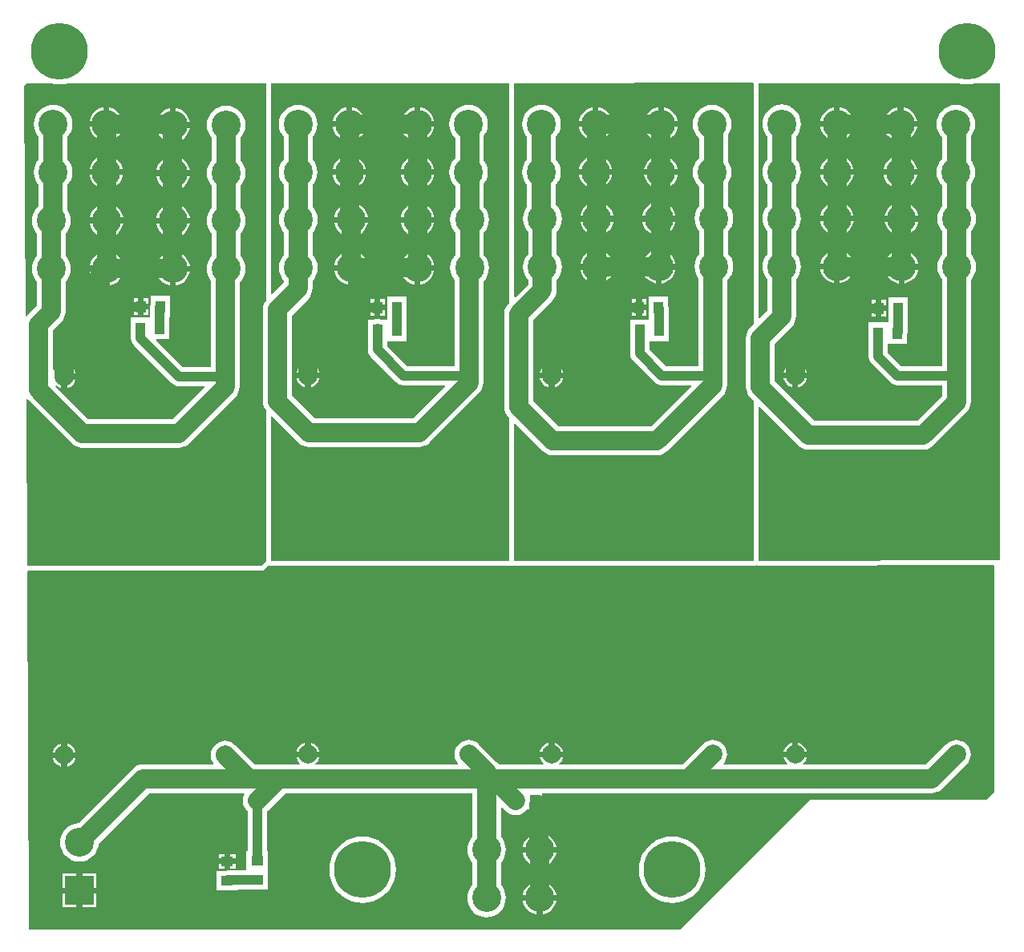
<source format=gbl>
G04 Layer_Physical_Order=2*
G04 Layer_Color=16711680*
%FSLAX24Y24*%
%MOIN*%
G70*
G01*
G75*
%ADD10C,0.1200*%
%ADD11C,0.0787*%
%ADD12C,0.2362*%
%ADD13R,0.1200X0.1200*%
%ADD14R,0.0400X0.0500*%
%ADD15R,0.0500X0.0400*%
%ADD16C,0.0394*%
%ADD17C,0.0787*%
G36*
X-15619Y23023D02*
X-15586Y23001D01*
X-15586Y23001D01*
X-15586Y23001D01*
X-15547Y22994D01*
X-15508Y22986D01*
X-15508Y22986D01*
X-15508Y22986D01*
X-5783Y23023D01*
X-5748Y22988D01*
X-5748Y13583D01*
X-6063Y13268D01*
X-13425D01*
X-18780Y7913D01*
X-18819Y7874D01*
X-45866D01*
X-45944Y22753D01*
X-45908Y22788D01*
X-36220D01*
X-36142Y22804D01*
X-36076Y22848D01*
X-35913Y23011D01*
X-35898Y23001D01*
X-35820Y22985D01*
X-25906D01*
X-25827Y23001D01*
X-25804Y23017D01*
X-25780Y23001D01*
X-25702Y22985D01*
X-15748D01*
X-15670Y23001D01*
X-15628Y23029D01*
X-15619Y23023D01*
D02*
G37*
G36*
X-25906Y33915D02*
X-25934Y33886D01*
X-26008Y33796D01*
X-26063Y33693D01*
X-26097Y33581D01*
X-26108Y33465D01*
X-26108Y33465D01*
Y29606D01*
X-26108Y29606D01*
X-26097Y29490D01*
X-26063Y29378D01*
X-26008Y29275D01*
X-25934Y29184D01*
X-25906Y29156D01*
Y23189D01*
X-35820D01*
Y29202D01*
X-35774Y29221D01*
X-34674Y28121D01*
X-34674Y28121D01*
X-34583Y28047D01*
X-34480Y27992D01*
X-34368Y27958D01*
X-34252Y27947D01*
X-34252Y27947D01*
X-29646D01*
X-29646Y27947D01*
X-29529Y27958D01*
X-29417Y27992D01*
X-29314Y28047D01*
X-29224Y28121D01*
X-27163Y30182D01*
X-27163Y30182D01*
X-27089Y30272D01*
X-27034Y30375D01*
X-27000Y30487D01*
X-26989Y30604D01*
X-26989Y30604D01*
Y30906D01*
Y34828D01*
X-26891Y34947D01*
X-26816Y35086D01*
X-26771Y35237D01*
X-26755Y35394D01*
X-26771Y35551D01*
X-26816Y35701D01*
X-26891Y35840D01*
X-26962Y35928D01*
Y36860D01*
X-26891Y36947D01*
X-26816Y37086D01*
X-26771Y37237D01*
X-26755Y37394D01*
X-26771Y37551D01*
X-26816Y37701D01*
X-26891Y37840D01*
X-26962Y37928D01*
Y38884D01*
X-26930Y38923D01*
X-26856Y39062D01*
X-26810Y39213D01*
X-26795Y39370D01*
X-26810Y39527D01*
X-26856Y39678D01*
X-26930Y39817D01*
X-26962Y39856D01*
Y40884D01*
X-26930Y40923D01*
X-26856Y41062D01*
X-26810Y41213D01*
X-26795Y41370D01*
X-26810Y41527D01*
X-26856Y41678D01*
X-26930Y41817D01*
X-27030Y41939D01*
X-27152Y42038D01*
X-27291Y42113D01*
X-27442Y42158D01*
X-27598Y42174D01*
X-27755Y42158D01*
X-27906Y42113D01*
X-28045Y42038D01*
X-28167Y41939D01*
X-28267Y41817D01*
X-28341Y41678D01*
X-28387Y41527D01*
X-28402Y41370D01*
X-28387Y41213D01*
X-28341Y41062D01*
X-28267Y40923D01*
X-28167Y40802D01*
X-28156Y40792D01*
Y39948D01*
X-28167Y39938D01*
X-28267Y39817D01*
X-28341Y39678D01*
X-28387Y39527D01*
X-28402Y39370D01*
X-28387Y39213D01*
X-28341Y39062D01*
X-28267Y38923D01*
X-28167Y38802D01*
X-28156Y38792D01*
Y37928D01*
X-28227Y37840D01*
X-28302Y37701D01*
X-28347Y37551D01*
X-28363Y37394D01*
X-28347Y37237D01*
X-28302Y37086D01*
X-28227Y36947D01*
X-28156Y36860D01*
Y35928D01*
X-28227Y35840D01*
X-28302Y35701D01*
X-28347Y35551D01*
X-28363Y35394D01*
X-28347Y35237D01*
X-28302Y35086D01*
X-28227Y34947D01*
X-28182Y34892D01*
Y31306D01*
X-30149D01*
X-30990Y32147D01*
Y32345D01*
X-30191D01*
Y32872D01*
X-30190Y32874D01*
Y33740D01*
X-30191Y33742D01*
Y34190D01*
X-30991D01*
Y33742D01*
X-30991Y33740D01*
Y33245D01*
X-31250D01*
X-31287Y33261D01*
X-31391Y33274D01*
X-31494Y33261D01*
X-31531Y33245D01*
X-31791D01*
Y32876D01*
X-31791Y32874D01*
Y31981D01*
X-31777Y31878D01*
X-31737Y31781D01*
X-31674Y31698D01*
X-30598Y30622D01*
X-30515Y30559D01*
X-30475Y30542D01*
X-30419Y30519D01*
X-30315Y30505D01*
X-28593D01*
X-28574Y30459D01*
X-29893Y29140D01*
X-34005D01*
X-34955Y30090D01*
Y33414D01*
X-34258Y34110D01*
X-34258Y34110D01*
X-34184Y34201D01*
X-34129Y34304D01*
X-34095Y34416D01*
X-34084Y34532D01*
X-34084Y34532D01*
Y34860D01*
X-34012Y34947D01*
X-33938Y35086D01*
X-33892Y35237D01*
X-33876Y35394D01*
X-33892Y35551D01*
X-33938Y35701D01*
X-34012Y35840D01*
X-34088Y35934D01*
Y36854D01*
X-34012Y36947D01*
X-33938Y37086D01*
X-33892Y37237D01*
X-33876Y37394D01*
X-33892Y37551D01*
X-33938Y37701D01*
X-34012Y37840D01*
X-34088Y37934D01*
Y38836D01*
X-34017Y38923D01*
X-33942Y39062D01*
X-33897Y39213D01*
X-33881Y39370D01*
X-33897Y39527D01*
X-33942Y39678D01*
X-34017Y39817D01*
X-34088Y39904D01*
Y40836D01*
X-34017Y40923D01*
X-33942Y41062D01*
X-33897Y41213D01*
X-33881Y41370D01*
X-33897Y41527D01*
X-33942Y41678D01*
X-34017Y41817D01*
X-34117Y41939D01*
X-34238Y42038D01*
X-34377Y42113D01*
X-34528Y42158D01*
X-34685Y42174D01*
X-34842Y42158D01*
X-34993Y42113D01*
X-35132Y42038D01*
X-35253Y41939D01*
X-35353Y41817D01*
X-35428Y41678D01*
X-35473Y41527D01*
X-35489Y41370D01*
X-35473Y41213D01*
X-35428Y41062D01*
X-35353Y40923D01*
X-35282Y40836D01*
Y39904D01*
X-35353Y39817D01*
X-35428Y39678D01*
X-35473Y39527D01*
X-35489Y39370D01*
X-35473Y39213D01*
X-35428Y39062D01*
X-35353Y38923D01*
X-35282Y38836D01*
Y37922D01*
X-35349Y37840D01*
X-35423Y37701D01*
X-35469Y37551D01*
X-35484Y37394D01*
X-35469Y37237D01*
X-35423Y37086D01*
X-35349Y36947D01*
X-35282Y36865D01*
Y35922D01*
X-35349Y35840D01*
X-35423Y35701D01*
X-35469Y35551D01*
X-35484Y35394D01*
X-35469Y35237D01*
X-35423Y35086D01*
X-35349Y34947D01*
X-35277Y34860D01*
Y34779D01*
X-35774Y34283D01*
X-35820Y34302D01*
Y43071D01*
X-25906D01*
Y33915D01*
D02*
G37*
G36*
X-15748Y43071D02*
Y33048D01*
X-15894Y32902D01*
X-15968Y32812D01*
X-16024Y32709D01*
X-16058Y32597D01*
X-16069Y32480D01*
X-16069Y32480D01*
Y30433D01*
X-16069Y30433D01*
X-16058Y30317D01*
X-16024Y30205D01*
X-15968Y30102D01*
X-15894Y30011D01*
X-15748Y29865D01*
Y23189D01*
X-25702D01*
Y28887D01*
X-25655Y28906D01*
X-24516Y27767D01*
X-24516Y27767D01*
X-24426Y27693D01*
X-24323Y27638D01*
X-24211Y27604D01*
X-24094Y27592D01*
X-19764D01*
X-19764Y27592D01*
X-19647Y27604D01*
X-19535Y27638D01*
X-19432Y27693D01*
X-19342Y27767D01*
X-17032Y30077D01*
X-17032Y30077D01*
X-16958Y30167D01*
X-16903Y30270D01*
X-16869Y30382D01*
X-16857Y30499D01*
X-16857Y30499D01*
Y30906D01*
Y34853D01*
X-16833Y34873D01*
X-16733Y34994D01*
X-16659Y35133D01*
X-16613Y35284D01*
X-16598Y35441D01*
X-16613Y35598D01*
X-16659Y35749D01*
X-16733Y35888D01*
X-16805Y35975D01*
Y36907D01*
X-16733Y36994D01*
X-16659Y37133D01*
X-16613Y37284D01*
X-16598Y37441D01*
X-16613Y37598D01*
X-16659Y37749D01*
X-16733Y37888D01*
X-16805Y37975D01*
Y38936D01*
X-16738Y39062D01*
X-16692Y39213D01*
X-16676Y39370D01*
X-16692Y39527D01*
X-16738Y39678D01*
X-16805Y39804D01*
Y40936D01*
X-16738Y41062D01*
X-16692Y41213D01*
X-16676Y41370D01*
X-16692Y41527D01*
X-16738Y41678D01*
X-16812Y41817D01*
X-16912Y41939D01*
X-17034Y42038D01*
X-17173Y42113D01*
X-17323Y42158D01*
X-17480Y42174D01*
X-17637Y42158D01*
X-17788Y42113D01*
X-17927Y42038D01*
X-18049Y41939D01*
X-18149Y41817D01*
X-18223Y41678D01*
X-18269Y41527D01*
X-18284Y41370D01*
X-18269Y41213D01*
X-18223Y41062D01*
X-18149Y40923D01*
X-18049Y40802D01*
X-17998Y40760D01*
Y39980D01*
X-18049Y39938D01*
X-18149Y39817D01*
X-18223Y39678D01*
X-18269Y39527D01*
X-18284Y39370D01*
X-18269Y39213D01*
X-18223Y39062D01*
X-18149Y38923D01*
X-18049Y38802D01*
X-17998Y38760D01*
Y37975D01*
X-18070Y37888D01*
X-18144Y37749D01*
X-18190Y37598D01*
X-18205Y37441D01*
X-18190Y37284D01*
X-18144Y37133D01*
X-18070Y36994D01*
X-17998Y36907D01*
Y35975D01*
X-18070Y35888D01*
X-18144Y35749D01*
X-18190Y35598D01*
X-18205Y35441D01*
X-18190Y35284D01*
X-18144Y35133D01*
X-18070Y34994D01*
X-18051Y34971D01*
Y31306D01*
X-19401D01*
X-20085Y31989D01*
Y32345D01*
X-19285D01*
Y32793D01*
X-19285Y32795D01*
Y33713D01*
X-19298Y33817D01*
X-19312Y33849D01*
Y34190D01*
X-20112D01*
Y33742D01*
X-20112Y33740D01*
X-20112Y33738D01*
Y33290D01*
X-20112Y33290D01*
X-20112D01*
X-20112Y33290D01*
X-20124Y33245D01*
X-20885D01*
Y32797D01*
X-20885Y32795D01*
Y31824D01*
X-20872Y31720D01*
X-20832Y31623D01*
X-20768Y31541D01*
X-19850Y30622D01*
X-19767Y30559D01*
X-19671Y30519D01*
X-19567Y30505D01*
X-18357D01*
X-18337Y30459D01*
X-20011Y28786D01*
X-23847D01*
X-24915Y29853D01*
Y33217D01*
X-24106Y34027D01*
X-24106Y34027D01*
X-24032Y34117D01*
X-23976Y34221D01*
X-23942Y34332D01*
X-23931Y34449D01*
X-23931Y34449D01*
Y34899D01*
X-23859Y34986D01*
X-23785Y35125D01*
X-23739Y35276D01*
X-23724Y35433D01*
X-23739Y35590D01*
X-23785Y35741D01*
X-23859Y35880D01*
X-23931Y35967D01*
Y36899D01*
X-23859Y36986D01*
X-23785Y37125D01*
X-23739Y37276D01*
X-23724Y37433D01*
X-23739Y37590D01*
X-23785Y37741D01*
X-23859Y37880D01*
X-23959Y38001D01*
X-23970Y38011D01*
Y38836D01*
X-23899Y38923D01*
X-23824Y39062D01*
X-23779Y39213D01*
X-23763Y39370D01*
X-23779Y39527D01*
X-23824Y39678D01*
X-23899Y39817D01*
X-23970Y39904D01*
Y40836D01*
X-23899Y40923D01*
X-23824Y41062D01*
X-23779Y41213D01*
X-23763Y41370D01*
X-23779Y41527D01*
X-23824Y41678D01*
X-23899Y41817D01*
X-23999Y41939D01*
X-24120Y42038D01*
X-24259Y42113D01*
X-24410Y42158D01*
X-24567Y42174D01*
X-24724Y42158D01*
X-24875Y42113D01*
X-25014Y42038D01*
X-25135Y41939D01*
X-25235Y41817D01*
X-25310Y41678D01*
X-25355Y41527D01*
X-25371Y41370D01*
X-25355Y41213D01*
X-25310Y41062D01*
X-25235Y40923D01*
X-25164Y40836D01*
Y39904D01*
X-25235Y39817D01*
X-25310Y39678D01*
X-25355Y39527D01*
X-25371Y39370D01*
X-25355Y39213D01*
X-25310Y39062D01*
X-25235Y38923D01*
X-25164Y38836D01*
Y37919D01*
X-25196Y37880D01*
X-25270Y37741D01*
X-25316Y37590D01*
X-25331Y37433D01*
X-25316Y37276D01*
X-25270Y37125D01*
X-25196Y36986D01*
X-25124Y36899D01*
Y35967D01*
X-25196Y35880D01*
X-25270Y35741D01*
X-25316Y35590D01*
X-25331Y35433D01*
X-25316Y35276D01*
X-25270Y35125D01*
X-25196Y34986D01*
X-25124Y34899D01*
Y34696D01*
X-25655Y34165D01*
X-25702Y34184D01*
Y43071D01*
X-25701Y43072D01*
X-15787Y43110D01*
X-15748Y43071D01*
D02*
G37*
G36*
X-5551D02*
X-5512Y43055D01*
Y23228D01*
X-15509Y23190D01*
X-15544Y23225D01*
Y29596D01*
X-15498Y29615D01*
X-13886Y28003D01*
X-13886Y28003D01*
X-13796Y27929D01*
X-13693Y27874D01*
X-13581Y27840D01*
X-13465Y27829D01*
X-13465Y27829D01*
X-8701D01*
X-8701Y27829D01*
X-8584Y27840D01*
X-8472Y27874D01*
X-8369Y27929D01*
X-8279Y28003D01*
X-6901Y29381D01*
X-6827Y29472D01*
X-6772Y29575D01*
X-6738Y29687D01*
X-6726Y29803D01*
X-6726Y29803D01*
Y30906D01*
Y34879D01*
X-6638Y34986D01*
X-6564Y35125D01*
X-6518Y35276D01*
X-6502Y35433D01*
X-6518Y35590D01*
X-6564Y35741D01*
X-6638Y35880D01*
X-6710Y35967D01*
Y36899D01*
X-6638Y36986D01*
X-6564Y37125D01*
X-6518Y37276D01*
X-6502Y37433D01*
X-6518Y37590D01*
X-6564Y37741D01*
X-6638Y37880D01*
X-6710Y37967D01*
Y38884D01*
X-6677Y38923D01*
X-6603Y39062D01*
X-6557Y39213D01*
X-6542Y39370D01*
X-6557Y39527D01*
X-6603Y39678D01*
X-6677Y39817D01*
X-6710Y39856D01*
Y40884D01*
X-6677Y40923D01*
X-6603Y41062D01*
X-6557Y41213D01*
X-6542Y41370D01*
X-6557Y41527D01*
X-6603Y41678D01*
X-6677Y41817D01*
X-6777Y41939D01*
X-6899Y42038D01*
X-7038Y42113D01*
X-7189Y42158D01*
X-7346Y42174D01*
X-7502Y42158D01*
X-7653Y42113D01*
X-7792Y42038D01*
X-7914Y41939D01*
X-8014Y41817D01*
X-8088Y41678D01*
X-8134Y41527D01*
X-8150Y41370D01*
X-8134Y41213D01*
X-8088Y41062D01*
X-8014Y40923D01*
X-7914Y40802D01*
X-7903Y40792D01*
Y39948D01*
X-7914Y39938D01*
X-8014Y39817D01*
X-8088Y39678D01*
X-8134Y39527D01*
X-8150Y39370D01*
X-8134Y39213D01*
X-8088Y39062D01*
X-8014Y38923D01*
X-7914Y38802D01*
X-7903Y38792D01*
Y37967D01*
X-7975Y37880D01*
X-8049Y37741D01*
X-8095Y37590D01*
X-8110Y37433D01*
X-8095Y37276D01*
X-8049Y37125D01*
X-7975Y36986D01*
X-7903Y36899D01*
Y35967D01*
X-7975Y35880D01*
X-8049Y35741D01*
X-8095Y35590D01*
X-8110Y35433D01*
X-8095Y35276D01*
X-8049Y35125D01*
X-7975Y34986D01*
X-7919Y34919D01*
Y31306D01*
X-9598D01*
X-10164Y31871D01*
Y32227D01*
X-9364D01*
Y32592D01*
X-9351Y32690D01*
Y33701D01*
X-9351Y33703D01*
Y34151D01*
X-10151D01*
Y33703D01*
X-10151Y33701D01*
Y33127D01*
X-10964D01*
Y32679D01*
X-10964Y32677D01*
Y31706D01*
X-10950Y31602D01*
X-10910Y31505D01*
X-10847Y31422D01*
X-10047Y30622D01*
X-9964Y30559D01*
X-9867Y30519D01*
X-9764Y30505D01*
X-7919D01*
Y30050D01*
X-8948Y29022D01*
X-13217D01*
X-14876Y30680D01*
Y32233D01*
X-14162Y32947D01*
X-14162Y32947D01*
X-14087Y33038D01*
X-14032Y33141D01*
X-13998Y33253D01*
X-13987Y33369D01*
X-13987Y33369D01*
Y34907D01*
X-13915Y34994D01*
X-13841Y35133D01*
X-13795Y35284D01*
X-13780Y35441D01*
X-13795Y35598D01*
X-13841Y35749D01*
X-13915Y35888D01*
X-13987Y35975D01*
Y36907D01*
X-13915Y36994D01*
X-13841Y37133D01*
X-13795Y37284D01*
X-13780Y37441D01*
X-13795Y37598D01*
X-13841Y37749D01*
X-13915Y37888D01*
X-13987Y37975D01*
Y38844D01*
X-13915Y38931D01*
X-13841Y39070D01*
X-13795Y39221D01*
X-13780Y39378D01*
X-13795Y39535D01*
X-13841Y39686D01*
X-13915Y39825D01*
X-13987Y39912D01*
Y40844D01*
X-13915Y40931D01*
X-13841Y41070D01*
X-13795Y41221D01*
X-13780Y41378D01*
X-13795Y41535D01*
X-13841Y41686D01*
X-13915Y41825D01*
X-14015Y41946D01*
X-14137Y42046D01*
X-14276Y42121D01*
X-14427Y42166D01*
X-14583Y42182D01*
X-14740Y42166D01*
X-14891Y42121D01*
X-15030Y42046D01*
X-15152Y41946D01*
X-15252Y41825D01*
X-15326Y41686D01*
X-15372Y41535D01*
X-15387Y41378D01*
X-15372Y41221D01*
X-15326Y41070D01*
X-15252Y40931D01*
X-15180Y40844D01*
Y39912D01*
X-15252Y39825D01*
X-15326Y39686D01*
X-15372Y39535D01*
X-15387Y39378D01*
X-15372Y39221D01*
X-15326Y39070D01*
X-15252Y38931D01*
X-15180Y38844D01*
Y37975D01*
X-15252Y37888D01*
X-15326Y37749D01*
X-15372Y37598D01*
X-15387Y37441D01*
X-15372Y37284D01*
X-15326Y37133D01*
X-15252Y36994D01*
X-15180Y36907D01*
Y35975D01*
X-15252Y35888D01*
X-15326Y35749D01*
X-15372Y35598D01*
X-15387Y35441D01*
X-15372Y35284D01*
X-15326Y35133D01*
X-15252Y34994D01*
X-15180Y34907D01*
Y33616D01*
X-15498Y33299D01*
X-15544Y33318D01*
Y43071D01*
X-7230D01*
X-7106Y43041D01*
X-6890Y43024D01*
X-6673Y43041D01*
X-6549Y43071D01*
X-5551D01*
D02*
G37*
G36*
X-36024Y34022D02*
X-36047Y33993D01*
X-36102Y33890D01*
X-36136Y33778D01*
X-36148Y33661D01*
X-36148Y33661D01*
Y29843D01*
X-36148Y29843D01*
X-36136Y29726D01*
X-36102Y29614D01*
X-36047Y29511D01*
X-36024Y29482D01*
Y23189D01*
X-36220Y22992D01*
X-45945D01*
X-45986Y29926D01*
X-45936Y29944D01*
X-45894Y29893D01*
X-44083Y28082D01*
X-44083Y28082D01*
X-43993Y28008D01*
X-43890Y27953D01*
X-43778Y27919D01*
X-43661Y27907D01*
X-43661Y27907D01*
X-39646D01*
X-39646Y27907D01*
X-39529Y27919D01*
X-39417Y27953D01*
X-39314Y28008D01*
X-39224Y28082D01*
X-37295Y30011D01*
X-37295Y30011D01*
X-37220Y30102D01*
X-37165Y30205D01*
X-37131Y30317D01*
X-37120Y30433D01*
Y30866D01*
Y34781D01*
X-37113Y34786D01*
X-37013Y34908D01*
X-36939Y35047D01*
X-36893Y35198D01*
X-36878Y35354D01*
X-36893Y35511D01*
X-36939Y35662D01*
X-37013Y35801D01*
X-37085Y35888D01*
Y36820D01*
X-37013Y36908D01*
X-36939Y37047D01*
X-36893Y37197D01*
X-36878Y37354D01*
X-36893Y37511D01*
X-36939Y37662D01*
X-37013Y37801D01*
X-37085Y37888D01*
Y38797D01*
X-37013Y38884D01*
X-36939Y39023D01*
X-36893Y39174D01*
X-36878Y39331D01*
X-36893Y39488D01*
X-36939Y39638D01*
X-37013Y39777D01*
X-37085Y39865D01*
Y40797D01*
X-37013Y40884D01*
X-36939Y41023D01*
X-36893Y41174D01*
X-36878Y41331D01*
X-36893Y41488D01*
X-36939Y41638D01*
X-37013Y41777D01*
X-37113Y41899D01*
X-37235Y41999D01*
X-37374Y42073D01*
X-37525Y42119D01*
X-37682Y42135D01*
X-37839Y42119D01*
X-37990Y42073D01*
X-38128Y41999D01*
X-38250Y41899D01*
X-38350Y41777D01*
X-38425Y41638D01*
X-38470Y41488D01*
X-38486Y41331D01*
X-38470Y41174D01*
X-38425Y41023D01*
X-38350Y40884D01*
X-38278Y40797D01*
Y39865D01*
X-38350Y39777D01*
X-38425Y39638D01*
X-38470Y39488D01*
X-38486Y39331D01*
X-38470Y39174D01*
X-38425Y39023D01*
X-38350Y38884D01*
X-38278Y38797D01*
Y37888D01*
X-38350Y37801D01*
X-38425Y37662D01*
X-38470Y37511D01*
X-38486Y37354D01*
X-38470Y37197D01*
X-38425Y37047D01*
X-38350Y36908D01*
X-38278Y36820D01*
Y35888D01*
X-38350Y35801D01*
X-38425Y35662D01*
X-38470Y35511D01*
X-38486Y35354D01*
X-38470Y35198D01*
X-38425Y35047D01*
X-38350Y34908D01*
X-38313Y34862D01*
Y31266D01*
X-39480D01*
X-40591Y32378D01*
X-40572Y32424D01*
X-40033D01*
Y32911D01*
X-40033Y32913D01*
Y33330D01*
X-40020D01*
Y33777D01*
X-40020Y33780D01*
X-40020Y33782D01*
Y34230D01*
X-40820D01*
Y33865D01*
X-40833Y33767D01*
Y33324D01*
X-41633D01*
Y32915D01*
X-41633Y32913D01*
Y32454D01*
X-41633Y32451D01*
Y32424D01*
X-41629D01*
X-41620Y32350D01*
X-41580Y32253D01*
X-41516Y32171D01*
X-39929Y30583D01*
X-39846Y30519D01*
X-39749Y30480D01*
X-39646Y30466D01*
X-38593D01*
X-38574Y30420D01*
X-39893Y29101D01*
X-43414D01*
X-44775Y30462D01*
X-44742Y30499D01*
X-44658Y30435D01*
X-44538Y30385D01*
X-44529Y30384D01*
Y30866D01*
Y31348D01*
X-44538Y31347D01*
X-44658Y31297D01*
X-44762Y31218D01*
X-44826Y31134D01*
X-44876Y31151D01*
Y32784D01*
X-44525Y33136D01*
X-44525Y33136D01*
X-44450Y33226D01*
X-44395Y33329D01*
X-44361Y33441D01*
X-44350Y33557D01*
X-44350Y33557D01*
Y34820D01*
X-44278Y34908D01*
X-44204Y35047D01*
X-44158Y35198D01*
X-44143Y35354D01*
X-44158Y35511D01*
X-44204Y35662D01*
X-44278Y35801D01*
X-44350Y35888D01*
Y36820D01*
X-44278Y36908D01*
X-44204Y37047D01*
X-44158Y37197D01*
X-44143Y37354D01*
X-44158Y37511D01*
X-44204Y37662D01*
X-44271Y37788D01*
Y38836D01*
X-44199Y38923D01*
X-44125Y39062D01*
X-44079Y39213D01*
X-44064Y39370D01*
X-44079Y39527D01*
X-44125Y39678D01*
X-44199Y39817D01*
X-44271Y39904D01*
Y40836D01*
X-44199Y40923D01*
X-44125Y41062D01*
X-44079Y41213D01*
X-44064Y41370D01*
X-44079Y41527D01*
X-44125Y41678D01*
X-44199Y41817D01*
X-44299Y41939D01*
X-44421Y42038D01*
X-44560Y42113D01*
X-44711Y42158D01*
X-44868Y42174D01*
X-45025Y42158D01*
X-45175Y42113D01*
X-45314Y42038D01*
X-45436Y41939D01*
X-45536Y41817D01*
X-45610Y41678D01*
X-45656Y41527D01*
X-45672Y41370D01*
X-45656Y41213D01*
X-45610Y41062D01*
X-45536Y40923D01*
X-45464Y40836D01*
Y39904D01*
X-45536Y39817D01*
X-45610Y39678D01*
X-45656Y39527D01*
X-45672Y39370D01*
X-45656Y39213D01*
X-45610Y39062D01*
X-45536Y38923D01*
X-45464Y38836D01*
Y37964D01*
X-45515Y37923D01*
X-45615Y37801D01*
X-45689Y37662D01*
X-45735Y37511D01*
X-45750Y37354D01*
X-45735Y37197D01*
X-45689Y37047D01*
X-45615Y36908D01*
X-45543Y36820D01*
Y35888D01*
X-45615Y35801D01*
X-45689Y35662D01*
X-45735Y35511D01*
X-45750Y35354D01*
X-45735Y35198D01*
X-45689Y35047D01*
X-45615Y34908D01*
X-45543Y34820D01*
Y33805D01*
X-45894Y33453D01*
X-45956Y33378D01*
X-46006Y33395D01*
X-46063Y42953D01*
X-45945Y43071D01*
X-44947D01*
X-44823Y43041D01*
X-44606Y43024D01*
X-44390Y43041D01*
X-44266Y43071D01*
X-36024D01*
Y34022D01*
D02*
G37*
%LPC*%
G36*
X-39190Y35234D02*
X-39762D01*
Y34663D01*
X-39745Y34664D01*
X-39613Y34704D01*
X-39491Y34769D01*
X-39385Y34857D01*
X-39297Y34964D01*
X-39232Y35085D01*
X-39192Y35217D01*
X-39190Y35234D01*
D02*
G37*
G36*
X-41340Y34130D02*
X-41520D01*
Y33900D01*
X-41340D01*
Y34130D01*
D02*
G37*
G36*
X-40920D02*
X-41100D01*
Y33900D01*
X-40920D01*
Y34130D01*
D02*
G37*
G36*
X-40002Y35234D02*
X-40573D01*
X-40572Y35217D01*
X-40532Y35085D01*
X-40467Y34964D01*
X-40379Y34857D01*
X-40273Y34769D01*
X-40151Y34704D01*
X-40019Y34664D01*
X-40002Y34663D01*
Y35234D01*
D02*
G37*
G36*
X-31789Y35274D02*
X-32360D01*
Y34702D01*
X-32343Y34704D01*
X-32211Y34744D01*
X-32090Y34809D01*
X-31983Y34896D01*
X-31895Y35003D01*
X-31830Y35125D01*
X-31790Y35256D01*
X-31789Y35274D01*
D02*
G37*
G36*
X-29844D02*
X-30416D01*
X-30414Y35256D01*
X-30374Y35125D01*
X-30309Y35003D01*
X-30222Y34896D01*
X-30115Y34809D01*
X-29994Y34744D01*
X-29862Y34704D01*
X-29844Y34702D01*
Y35274D01*
D02*
G37*
G36*
X-32600D02*
X-33172D01*
X-33170Y35256D01*
X-33130Y35125D01*
X-33065Y35003D01*
X-32978Y34896D01*
X-32871Y34809D01*
X-32749Y34744D01*
X-32618Y34704D01*
X-32600Y34702D01*
Y35274D01*
D02*
G37*
G36*
X-42766Y35242D02*
X-43338D01*
X-43336Y35225D01*
X-43296Y35093D01*
X-43231Y34971D01*
X-43144Y34865D01*
X-43037Y34777D01*
X-42916Y34712D01*
X-42784Y34672D01*
X-42766Y34671D01*
Y35242D01*
D02*
G37*
G36*
X-41955D02*
X-42526D01*
Y34671D01*
X-42509Y34672D01*
X-42377Y34712D01*
X-42256Y34777D01*
X-42149Y34865D01*
X-42062Y34971D01*
X-41997Y35093D01*
X-41957Y35225D01*
X-41955Y35242D01*
D02*
G37*
G36*
X-20212Y33620D02*
X-20392D01*
Y33390D01*
X-20212D01*
Y33620D01*
D02*
G37*
G36*
X-41340Y33660D02*
X-41520D01*
Y33430D01*
X-41340D01*
Y33660D01*
D02*
G37*
G36*
X-40920D02*
X-41100D01*
Y33430D01*
X-40920D01*
Y33660D01*
D02*
G37*
G36*
X-31511Y33620D02*
X-31691D01*
Y33390D01*
X-31511D01*
Y33620D01*
D02*
G37*
G36*
X-31091D02*
X-31271D01*
Y33390D01*
X-31091D01*
Y33620D01*
D02*
G37*
G36*
X-20632D02*
X-20812D01*
Y33390D01*
X-20632D01*
Y33620D01*
D02*
G37*
G36*
X-31091Y34090D02*
X-31271D01*
Y33860D01*
X-31091D01*
Y34090D01*
D02*
G37*
G36*
X-20632D02*
X-20812D01*
Y33860D01*
X-20632D01*
Y34090D01*
D02*
G37*
G36*
X-20212D02*
X-20392D01*
Y33860D01*
X-20212D01*
Y34090D01*
D02*
G37*
G36*
X-10671Y34051D02*
X-10851D01*
Y33821D01*
X-10671D01*
Y34051D01*
D02*
G37*
G36*
X-10251D02*
X-10431D01*
Y33821D01*
X-10251D01*
Y34051D01*
D02*
G37*
G36*
X-31511Y34090D02*
X-31691D01*
Y33860D01*
X-31511D01*
Y34090D01*
D02*
G37*
G36*
X-29033Y35274D02*
X-29604D01*
Y34702D01*
X-29587Y34704D01*
X-29455Y34744D01*
X-29334Y34809D01*
X-29227Y34896D01*
X-29140Y35003D01*
X-29075Y35125D01*
X-29035Y35256D01*
X-29033Y35274D01*
D02*
G37*
G36*
X-29604Y36085D02*
Y35514D01*
X-29033D01*
X-29035Y35531D01*
X-29075Y35663D01*
X-29140Y35784D01*
X-29227Y35891D01*
X-29334Y35979D01*
X-29455Y36044D01*
X-29587Y36084D01*
X-29604Y36085D01*
D02*
G37*
G36*
X-9726Y36125D02*
X-9744Y36123D01*
X-9875Y36083D01*
X-9997Y36018D01*
X-10104Y35930D01*
X-10191Y35824D01*
X-10256Y35702D01*
X-10296Y35570D01*
X-10298Y35553D01*
X-9726D01*
Y36125D01*
D02*
G37*
G36*
X-9486D02*
Y35553D01*
X-8915D01*
X-8916Y35570D01*
X-8956Y35702D01*
X-9021Y35824D01*
X-9109Y35930D01*
X-9216Y36018D01*
X-9337Y36083D01*
X-9469Y36123D01*
X-9486Y36125D01*
D02*
G37*
G36*
X-32600Y36085D02*
X-32618Y36084D01*
X-32749Y36044D01*
X-32871Y35979D01*
X-32978Y35891D01*
X-33065Y35784D01*
X-33130Y35663D01*
X-33170Y35531D01*
X-33172Y35514D01*
X-32600D01*
Y36085D01*
D02*
G37*
G36*
X-32360D02*
Y35514D01*
X-31789D01*
X-31790Y35531D01*
X-31830Y35663D01*
X-31895Y35784D01*
X-31983Y35891D01*
X-32090Y35979D01*
X-32211Y36044D01*
X-32343Y36084D01*
X-32360Y36085D01*
D02*
G37*
G36*
X-29844D02*
X-29862Y36084D01*
X-29994Y36044D01*
X-30115Y35979D01*
X-30222Y35891D01*
X-30309Y35784D01*
X-30374Y35663D01*
X-30414Y35531D01*
X-30416Y35514D01*
X-29844D01*
Y36085D01*
D02*
G37*
G36*
X-19565Y36125D02*
Y35553D01*
X-18993D01*
X-18995Y35570D01*
X-19035Y35702D01*
X-19100Y35824D01*
X-19188Y35930D01*
X-19294Y36018D01*
X-19416Y36083D01*
X-19548Y36123D01*
X-19565Y36125D01*
D02*
G37*
G36*
X-12403Y36133D02*
X-12421Y36131D01*
X-12553Y36091D01*
X-12674Y36026D01*
X-12781Y35938D01*
X-12868Y35832D01*
X-12933Y35710D01*
X-12973Y35578D01*
X-12975Y35561D01*
X-12403D01*
Y36133D01*
D02*
G37*
G36*
X-12163D02*
Y35561D01*
X-11592D01*
X-11594Y35578D01*
X-11634Y35710D01*
X-11699Y35832D01*
X-11786Y35938D01*
X-11893Y36026D01*
X-12014Y36091D01*
X-12146Y36131D01*
X-12163Y36133D01*
D02*
G37*
G36*
X-22387Y36125D02*
X-22404Y36123D01*
X-22536Y36083D01*
X-22658Y36018D01*
X-22764Y35930D01*
X-22852Y35824D01*
X-22917Y35702D01*
X-22957Y35570D01*
X-22959Y35553D01*
X-22387D01*
Y36125D01*
D02*
G37*
G36*
X-22147D02*
Y35553D01*
X-21575D01*
X-21577Y35570D01*
X-21617Y35702D01*
X-21682Y35824D01*
X-21770Y35930D01*
X-21876Y36018D01*
X-21998Y36083D01*
X-22130Y36123D01*
X-22147Y36125D01*
D02*
G37*
G36*
X-19805D02*
X-19822Y36123D01*
X-19954Y36083D01*
X-20076Y36018D01*
X-20182Y35930D01*
X-20270Y35824D01*
X-20335Y35702D01*
X-20375Y35570D01*
X-20377Y35553D01*
X-19805D01*
Y36125D01*
D02*
G37*
G36*
X-21575Y35313D02*
X-22147D01*
Y34741D01*
X-22130Y34743D01*
X-21998Y34783D01*
X-21876Y34848D01*
X-21770Y34936D01*
X-21682Y35042D01*
X-21617Y35164D01*
X-21577Y35296D01*
X-21575Y35313D01*
D02*
G37*
G36*
X-19805D02*
X-20377D01*
X-20375Y35296D01*
X-20335Y35164D01*
X-20270Y35042D01*
X-20182Y34936D01*
X-20076Y34848D01*
X-19954Y34783D01*
X-19822Y34743D01*
X-19805Y34741D01*
Y35313D01*
D02*
G37*
G36*
X-18993D02*
X-19565D01*
Y34741D01*
X-19548Y34743D01*
X-19416Y34783D01*
X-19294Y34848D01*
X-19188Y34936D01*
X-19100Y35042D01*
X-19035Y35164D01*
X-18995Y35296D01*
X-18993Y35313D01*
D02*
G37*
G36*
X-9726Y35313D02*
X-10298D01*
X-10296Y35296D01*
X-10256Y35164D01*
X-10191Y35042D01*
X-10104Y34936D01*
X-9997Y34848D01*
X-9875Y34783D01*
X-9744Y34743D01*
X-9726Y34741D01*
Y35313D01*
D02*
G37*
G36*
X-8915D02*
X-9486D01*
Y34741D01*
X-9469Y34743D01*
X-9337Y34783D01*
X-9216Y34848D01*
X-9109Y34936D01*
X-9021Y35042D01*
X-8956Y35164D01*
X-8916Y35296D01*
X-8915Y35313D01*
D02*
G37*
G36*
X-22387Y35313D02*
X-22959D01*
X-22957Y35296D01*
X-22917Y35164D01*
X-22852Y35042D01*
X-22764Y34936D01*
X-22658Y34848D01*
X-22536Y34783D01*
X-22404Y34743D01*
X-22387Y34741D01*
Y35313D01*
D02*
G37*
G36*
X-39762Y36046D02*
Y35474D01*
X-39190D01*
X-39192Y35492D01*
X-39232Y35624D01*
X-39297Y35745D01*
X-39385Y35852D01*
X-39491Y35939D01*
X-39613Y36004D01*
X-39745Y36044D01*
X-39762Y36046D01*
D02*
G37*
G36*
X-42766Y36054D02*
X-42784Y36052D01*
X-42916Y36012D01*
X-43037Y35947D01*
X-43144Y35860D01*
X-43231Y35753D01*
X-43296Y35631D01*
X-43336Y35499D01*
X-43338Y35482D01*
X-42766D01*
Y36054D01*
D02*
G37*
G36*
X-42526D02*
Y35482D01*
X-41955D01*
X-41957Y35499D01*
X-41997Y35631D01*
X-42062Y35753D01*
X-42149Y35860D01*
X-42256Y35947D01*
X-42377Y36012D01*
X-42509Y36052D01*
X-42526Y36054D01*
D02*
G37*
G36*
X-12403Y35321D02*
X-12975D01*
X-12973Y35304D01*
X-12933Y35172D01*
X-12868Y35050D01*
X-12781Y34944D01*
X-12674Y34856D01*
X-12553Y34791D01*
X-12421Y34751D01*
X-12403Y34749D01*
Y35321D01*
D02*
G37*
G36*
X-11592D02*
X-12163D01*
Y34749D01*
X-12146Y34751D01*
X-12014Y34791D01*
X-11893Y34856D01*
X-11786Y34944D01*
X-11699Y35050D01*
X-11634Y35172D01*
X-11594Y35304D01*
X-11592Y35321D01*
D02*
G37*
G36*
X-40002Y36046D02*
X-40019Y36044D01*
X-40151Y36004D01*
X-40273Y35939D01*
X-40379Y35852D01*
X-40467Y35745D01*
X-40532Y35624D01*
X-40572Y35492D01*
X-40573Y35474D01*
X-40002D01*
Y36046D01*
D02*
G37*
G36*
X-37288Y11009D02*
X-37518D01*
Y10829D01*
X-37288D01*
Y11009D01*
D02*
G37*
G36*
X-24766Y11873D02*
X-24783Y11871D01*
X-24915Y11831D01*
X-25036Y11766D01*
X-25143Y11678D01*
X-25231Y11572D01*
X-25296Y11450D01*
X-25336Y11318D01*
X-25337Y11301D01*
X-24766D01*
Y11873D01*
D02*
G37*
G36*
X-37758Y11009D02*
X-37988D01*
Y10829D01*
X-37758D01*
Y11009D01*
D02*
G37*
G36*
X-24766Y11061D02*
X-25337D01*
X-25336Y11044D01*
X-25296Y10912D01*
X-25231Y10790D01*
X-25143Y10684D01*
X-25036Y10596D01*
X-24915Y10531D01*
X-24783Y10491D01*
X-24766Y10490D01*
Y11061D01*
D02*
G37*
G36*
X-23954D02*
X-24526D01*
Y10490D01*
X-24508Y10491D01*
X-24376Y10531D01*
X-24255Y10596D01*
X-24148Y10684D01*
X-24061Y10790D01*
X-23996Y10912D01*
X-23956Y11044D01*
X-23954Y11061D01*
D02*
G37*
G36*
X-24526Y11873D02*
Y11301D01*
X-23954D01*
X-23956Y11318D01*
X-23996Y11450D01*
X-24061Y11572D01*
X-24148Y11678D01*
X-24255Y11766D01*
X-24376Y11831D01*
X-24508Y11871D01*
X-24526Y11873D01*
D02*
G37*
G36*
X-7323Y15754D02*
X-7439Y15743D01*
X-7551Y15709D01*
X-7654Y15654D01*
X-7745Y15579D01*
X-7745Y15579D01*
X-8594Y14730D01*
X-13684D01*
X-13700Y14778D01*
X-13664Y14805D01*
X-13585Y14908D01*
X-13535Y15029D01*
X-13534Y15037D01*
X-14498D01*
X-14497Y15029D01*
X-14447Y14908D01*
X-14368Y14805D01*
X-14332Y14778D01*
X-14348Y14730D01*
X-16972D01*
X-16995Y14780D01*
X-16958Y14826D01*
X-16903Y14929D01*
X-16869Y15041D01*
X-16857Y15157D01*
X-16869Y15274D01*
X-16903Y15386D01*
X-16958Y15489D01*
X-17032Y15579D01*
X-17123Y15654D01*
X-17226Y15709D01*
X-17338Y15743D01*
X-17454Y15754D01*
X-17570Y15743D01*
X-17682Y15709D01*
X-17786Y15654D01*
X-17876Y15579D01*
X-17876Y15579D01*
X-18725Y14730D01*
X-23815D01*
X-23831Y14778D01*
X-23795Y14805D01*
X-23716Y14908D01*
X-23666Y15029D01*
X-23665Y15037D01*
X-24629D01*
X-24628Y15029D01*
X-24578Y14908D01*
X-24499Y14805D01*
X-24463Y14778D01*
X-24479Y14730D01*
X-26342D01*
X-26354Y14754D01*
X-26429Y14844D01*
X-26429Y14844D01*
X-27163Y15579D01*
X-27254Y15654D01*
X-27357Y15709D01*
X-27469Y15743D01*
X-27585Y15754D01*
X-27702Y15743D01*
X-27814Y15709D01*
X-27917Y15654D01*
X-28007Y15579D01*
X-28081Y15489D01*
X-28136Y15386D01*
X-28170Y15274D01*
X-28182Y15157D01*
X-28170Y15041D01*
X-28136Y14929D01*
X-28081Y14826D01*
X-28044Y14780D01*
X-28068Y14730D01*
X-33946D01*
X-33962Y14778D01*
X-33926Y14805D01*
X-33847Y14908D01*
X-33797Y15029D01*
X-33796Y15037D01*
X-34760D01*
X-34759Y15029D01*
X-34709Y14908D01*
X-34630Y14805D01*
X-34594Y14778D01*
X-34610Y14730D01*
X-36485D01*
X-37295Y15540D01*
X-37385Y15614D01*
X-37488Y15669D01*
X-37600Y15703D01*
X-37717Y15715D01*
X-37833Y15703D01*
X-37945Y15669D01*
X-38048Y15614D01*
X-38138Y15540D01*
X-38213Y15450D01*
X-38268Y15346D01*
X-38302Y15235D01*
X-38313Y15118D01*
X-38302Y15002D01*
X-38268Y14890D01*
X-38213Y14787D01*
X-38204Y14776D01*
X-38225Y14730D01*
X-41134D01*
X-41134Y14730D01*
X-41250Y14719D01*
X-41362Y14685D01*
X-41465Y14630D01*
X-41556Y14556D01*
X-43824Y12288D01*
X-43936Y12277D01*
X-44087Y12231D01*
X-44226Y12157D01*
X-44348Y12057D01*
X-44448Y11935D01*
X-44522Y11796D01*
X-44568Y11645D01*
X-44583Y11488D01*
X-44568Y11331D01*
X-44522Y11181D01*
X-44448Y11042D01*
X-44348Y10920D01*
X-44226Y10820D01*
X-44087Y10746D01*
X-43936Y10700D01*
X-43780Y10684D01*
X-43623Y10700D01*
X-43472Y10746D01*
X-43333Y10820D01*
X-43211Y10920D01*
X-43111Y11042D01*
X-43037Y11181D01*
X-42991Y11331D01*
X-42980Y11444D01*
X-40887Y13537D01*
X-36935D01*
X-36909Y13494D01*
X-36929Y13457D01*
X-36963Y13345D01*
X-36975Y13228D01*
X-36963Y13112D01*
X-36929Y13000D01*
X-36874Y12897D01*
X-36800Y12807D01*
X-36778Y12789D01*
Y11121D01*
X-36828D01*
Y10322D01*
X-37625D01*
X-37723Y10309D01*
X-38088D01*
Y9509D01*
X-37188D01*
Y9521D01*
X-36378D01*
X-36376Y9521D01*
X-35928D01*
Y10321D01*
Y11121D01*
X-35978D01*
Y12789D01*
X-35956Y12807D01*
X-35225Y13537D01*
X-27447D01*
Y11715D01*
X-27519Y11628D01*
X-27593Y11489D01*
X-27639Y11338D01*
X-27654Y11181D01*
X-27639Y11024D01*
X-27593Y10873D01*
X-27519Y10734D01*
X-27447Y10647D01*
Y9715D01*
X-27519Y9628D01*
X-27593Y9489D01*
X-27639Y9338D01*
X-27654Y9181D01*
X-27639Y9024D01*
X-27593Y8873D01*
X-27519Y8734D01*
X-27419Y8613D01*
X-27297Y8513D01*
X-27158Y8438D01*
X-27007Y8393D01*
X-26850Y8377D01*
X-26694Y8393D01*
X-26543Y8438D01*
X-26404Y8513D01*
X-26282Y8613D01*
X-26182Y8734D01*
X-26108Y8873D01*
X-26062Y9024D01*
X-26047Y9181D01*
X-26062Y9338D01*
X-26108Y9489D01*
X-26182Y9628D01*
X-26254Y9715D01*
Y10647D01*
X-26182Y10734D01*
X-26108Y10873D01*
X-26062Y11024D01*
X-26047Y11181D01*
X-26062Y11338D01*
X-26108Y11489D01*
X-26182Y11628D01*
X-26254Y11715D01*
Y12931D01*
X-26208Y12950D01*
X-26064Y12807D01*
X-26043Y12789D01*
Y12778D01*
X-26030D01*
X-25974Y12732D01*
X-25871Y12677D01*
X-25759Y12643D01*
X-25643Y12632D01*
X-25526Y12643D01*
X-25414Y12677D01*
X-25311Y12732D01*
X-25255Y12778D01*
X-25243D01*
Y12789D01*
X-25221Y12807D01*
X-25182Y12853D01*
X-25143Y12878D01*
X-24963D01*
Y13228D01*
X-24843D01*
Y13348D01*
X-24543D01*
Y13537D01*
X-18478D01*
X-18478Y13537D01*
X-18478Y13537D01*
X-8346D01*
X-8346Y13537D01*
X-8230Y13549D01*
X-8118Y13583D01*
X-8015Y13638D01*
X-7925Y13712D01*
X-6901Y14736D01*
X-6901Y14736D01*
X-6827Y14826D01*
X-6772Y14929D01*
X-6738Y15041D01*
X-6726Y15157D01*
X-6738Y15274D01*
X-6772Y15386D01*
X-6827Y15489D01*
X-6901Y15579D01*
X-6991Y15654D01*
X-7095Y15709D01*
X-7206Y15743D01*
X-7217Y15744D01*
X-7323Y15754D01*
D02*
G37*
G36*
X-44529Y15600D02*
X-44538Y15599D01*
X-44658Y15549D01*
X-44762Y15470D01*
X-44841Y15367D01*
X-44890Y15247D01*
X-44892Y15238D01*
X-44529D01*
Y15600D01*
D02*
G37*
G36*
X-43927Y14998D02*
X-44289D01*
Y14636D01*
X-44281Y14637D01*
X-44160Y14687D01*
X-44057Y14766D01*
X-43978Y14869D01*
X-43928Y14989D01*
X-43927Y14998D01*
D02*
G37*
G36*
X-24543Y13108D02*
X-24723D01*
Y12878D01*
X-24543D01*
Y13108D01*
D02*
G37*
G36*
X-44529Y14998D02*
X-44892D01*
X-44890Y14989D01*
X-44841Y14869D01*
X-44762Y14766D01*
X-44658Y14687D01*
X-44538Y14637D01*
X-44529Y14636D01*
Y14998D01*
D02*
G37*
G36*
X-37288Y10589D02*
X-37518D01*
Y10409D01*
X-37288D01*
Y10589D01*
D02*
G37*
G36*
X-43080Y9368D02*
X-43660D01*
Y8788D01*
X-43080D01*
Y9368D01*
D02*
G37*
G36*
X-32008Y11740D02*
X-32225Y11723D01*
X-32436Y11672D01*
X-32637Y11589D01*
X-32822Y11475D01*
X-32987Y11334D01*
X-33129Y11169D01*
X-33242Y10983D01*
X-33325Y10782D01*
X-33376Y10571D01*
X-33393Y10354D01*
X-33376Y10138D01*
X-33325Y9926D01*
X-33242Y9725D01*
X-33129Y9540D01*
X-32987Y9375D01*
X-32822Y9234D01*
X-32637Y9120D01*
X-32436Y9037D01*
X-32225Y8986D01*
X-32008Y8969D01*
X-31791Y8986D01*
X-31580Y9037D01*
X-31379Y9120D01*
X-31194Y9234D01*
X-31028Y9375D01*
X-30887Y9540D01*
X-30773Y9725D01*
X-30690Y9926D01*
X-30640Y10138D01*
X-30622Y10354D01*
X-30640Y10571D01*
X-30690Y10782D01*
X-30773Y10983D01*
X-30887Y11169D01*
X-31028Y11334D01*
X-31194Y11475D01*
X-31379Y11589D01*
X-31580Y11672D01*
X-31791Y11723D01*
X-32008Y11740D01*
D02*
G37*
G36*
X-43900Y9368D02*
X-44480D01*
Y8788D01*
X-43900D01*
Y9368D01*
D02*
G37*
G36*
X-24766Y9061D02*
X-25337D01*
X-25336Y9044D01*
X-25296Y8912D01*
X-25231Y8790D01*
X-25143Y8684D01*
X-25036Y8596D01*
X-24915Y8531D01*
X-24783Y8491D01*
X-24766Y8490D01*
Y9061D01*
D02*
G37*
G36*
X-23954D02*
X-24526D01*
Y8490D01*
X-24508Y8491D01*
X-24376Y8531D01*
X-24255Y8596D01*
X-24148Y8684D01*
X-24061Y8790D01*
X-23996Y8912D01*
X-23956Y9044D01*
X-23954Y9061D01*
D02*
G37*
G36*
X-19134Y11740D02*
X-19351Y11723D01*
X-19562Y11672D01*
X-19763Y11589D01*
X-19948Y11475D01*
X-20113Y11334D01*
X-20255Y11169D01*
X-20368Y10983D01*
X-20451Y10782D01*
X-20502Y10571D01*
X-20519Y10354D01*
X-20502Y10138D01*
X-20451Y9926D01*
X-20368Y9725D01*
X-20255Y9540D01*
X-20113Y9375D01*
X-19948Y9234D01*
X-19763Y9120D01*
X-19562Y9037D01*
X-19351Y8986D01*
X-19134Y8969D01*
X-18917Y8986D01*
X-18706Y9037D01*
X-18505Y9120D01*
X-18320Y9234D01*
X-18154Y9375D01*
X-18013Y9540D01*
X-17899Y9725D01*
X-17816Y9926D01*
X-17766Y10138D01*
X-17748Y10354D01*
X-17766Y10571D01*
X-17816Y10782D01*
X-17899Y10983D01*
X-18013Y11169D01*
X-18154Y11334D01*
X-18320Y11475D01*
X-18505Y11589D01*
X-18706Y11672D01*
X-18917Y11723D01*
X-19134Y11740D01*
D02*
G37*
G36*
X-43080Y10188D02*
X-43660D01*
Y9608D01*
X-43080D01*
Y10188D01*
D02*
G37*
G36*
X-37758Y10589D02*
X-37988D01*
Y10409D01*
X-37758D01*
Y10589D01*
D02*
G37*
G36*
X-43900Y10188D02*
X-44480D01*
Y9608D01*
X-43900D01*
Y10188D01*
D02*
G37*
G36*
X-24766Y9873D02*
X-24783Y9871D01*
X-24915Y9831D01*
X-25036Y9766D01*
X-25143Y9678D01*
X-25231Y9572D01*
X-25296Y9450D01*
X-25336Y9318D01*
X-25337Y9301D01*
X-24766D01*
Y9873D01*
D02*
G37*
G36*
X-24526D02*
Y9301D01*
X-23954D01*
X-23956Y9318D01*
X-23996Y9450D01*
X-24061Y9572D01*
X-24148Y9678D01*
X-24255Y9766D01*
X-24376Y9831D01*
X-24508Y9871D01*
X-24526Y9873D01*
D02*
G37*
G36*
X-34398Y31388D02*
X-34407Y31386D01*
X-34527Y31337D01*
X-34630Y31258D01*
X-34709Y31154D01*
X-34759Y31034D01*
X-34760Y31026D01*
X-34398D01*
Y31388D01*
D02*
G37*
G36*
X-34158D02*
Y31026D01*
X-33796D01*
X-33797Y31034D01*
X-33847Y31154D01*
X-33926Y31258D01*
X-34029Y31337D01*
X-34149Y31386D01*
X-34158Y31388D01*
D02*
G37*
G36*
X-44289Y31348D02*
Y30986D01*
X-43927D01*
X-43928Y30995D01*
X-43978Y31115D01*
X-44057Y31218D01*
X-44160Y31297D01*
X-44281Y31347D01*
X-44289Y31348D01*
D02*
G37*
G36*
X-14136Y30786D02*
X-14498D01*
X-14497Y30777D01*
X-14447Y30657D01*
X-14368Y30553D01*
X-14265Y30474D01*
X-14145Y30425D01*
X-14136Y30423D01*
Y30786D01*
D02*
G37*
G36*
X-13534D02*
X-13896D01*
Y30423D01*
X-13887Y30425D01*
X-13767Y30474D01*
X-13664Y30553D01*
X-13585Y30657D01*
X-13535Y30777D01*
X-13534Y30786D01*
D02*
G37*
G36*
X-24267Y31388D02*
X-24276Y31386D01*
X-24396Y31337D01*
X-24499Y31258D01*
X-24578Y31154D01*
X-24628Y31034D01*
X-24629Y31026D01*
X-24267D01*
Y31388D01*
D02*
G37*
G36*
X-10671Y33581D02*
X-10851D01*
Y33351D01*
X-10671D01*
Y33581D01*
D02*
G37*
G36*
X-10251D02*
X-10431D01*
Y33351D01*
X-10251D01*
Y33581D01*
D02*
G37*
G36*
X-13896Y31388D02*
Y31026D01*
X-13534D01*
X-13535Y31034D01*
X-13585Y31154D01*
X-13664Y31258D01*
X-13767Y31337D01*
X-13887Y31386D01*
X-13896Y31388D01*
D02*
G37*
G36*
X-24027D02*
Y31026D01*
X-23665D01*
X-23666Y31034D01*
X-23716Y31154D01*
X-23795Y31258D01*
X-23898Y31337D01*
X-24018Y31386D01*
X-24027Y31388D01*
D02*
G37*
G36*
X-14136D02*
X-14145Y31386D01*
X-14265Y31337D01*
X-14368Y31258D01*
X-14447Y31154D01*
X-14497Y31034D01*
X-14498Y31026D01*
X-14136D01*
Y31388D01*
D02*
G37*
G36*
X-23665Y30786D02*
X-24027D01*
Y30423D01*
X-24018Y30425D01*
X-23898Y30474D01*
X-23795Y30553D01*
X-23716Y30657D01*
X-23666Y30777D01*
X-23665Y30786D01*
D02*
G37*
G36*
X-24267Y15640D02*
X-24276Y15638D01*
X-24396Y15589D01*
X-24499Y15510D01*
X-24578Y15406D01*
X-24628Y15286D01*
X-24629Y15277D01*
X-24267D01*
Y15640D01*
D02*
G37*
G36*
X-24027D02*
Y15277D01*
X-23665D01*
X-23666Y15286D01*
X-23716Y15406D01*
X-23795Y15510D01*
X-23898Y15589D01*
X-24018Y15638D01*
X-24027Y15640D01*
D02*
G37*
G36*
X-34158D02*
Y15277D01*
X-33796D01*
X-33797Y15286D01*
X-33847Y15406D01*
X-33926Y15510D01*
X-34029Y15589D01*
X-34149Y15638D01*
X-34158Y15640D01*
D02*
G37*
G36*
X-44289Y15600D02*
Y15238D01*
X-43927D01*
X-43928Y15247D01*
X-43978Y15367D01*
X-44057Y15470D01*
X-44160Y15549D01*
X-44281Y15599D01*
X-44289Y15600D01*
D02*
G37*
G36*
X-34398Y15640D02*
X-34407Y15638D01*
X-34527Y15589D01*
X-34630Y15510D01*
X-34709Y15406D01*
X-34759Y15286D01*
X-34760Y15277D01*
X-34398D01*
Y15640D01*
D02*
G37*
G36*
X-14136D02*
X-14145Y15638D01*
X-14265Y15589D01*
X-14368Y15510D01*
X-14447Y15406D01*
X-14497Y15286D01*
X-14498Y15277D01*
X-14136D01*
Y15640D01*
D02*
G37*
G36*
X-33796Y30786D02*
X-34158D01*
Y30423D01*
X-34149Y30425D01*
X-34029Y30474D01*
X-33926Y30553D01*
X-33847Y30657D01*
X-33797Y30777D01*
X-33796Y30786D01*
D02*
G37*
G36*
X-24267D02*
X-24629D01*
X-24628Y30777D01*
X-24578Y30657D01*
X-24499Y30553D01*
X-24396Y30474D01*
X-24276Y30425D01*
X-24267Y30423D01*
Y30786D01*
D02*
G37*
G36*
X-34398D02*
X-34760D01*
X-34759Y30777D01*
X-34709Y30657D01*
X-34630Y30553D01*
X-34527Y30474D01*
X-34407Y30425D01*
X-34398Y30423D01*
Y30786D01*
D02*
G37*
G36*
X-13896Y15640D02*
Y15277D01*
X-13534D01*
X-13535Y15286D01*
X-13585Y15406D01*
X-13664Y15510D01*
X-13767Y15589D01*
X-13887Y15638D01*
X-13896Y15640D01*
D02*
G37*
G36*
X-43927Y30746D02*
X-44289D01*
Y30384D01*
X-44281Y30385D01*
X-44160Y30435D01*
X-44057Y30514D01*
X-43978Y30617D01*
X-43928Y30737D01*
X-43927Y30746D01*
D02*
G37*
G36*
X-40002Y37234D02*
X-40573D01*
X-40572Y37217D01*
X-40532Y37085D01*
X-40467Y36964D01*
X-40379Y36857D01*
X-40273Y36769D01*
X-40151Y36704D01*
X-40019Y36664D01*
X-40002Y36663D01*
Y37234D01*
D02*
G37*
G36*
X-40002Y41211D02*
X-40573D01*
X-40572Y41193D01*
X-40532Y41062D01*
X-40467Y40940D01*
X-40379Y40833D01*
X-40273Y40746D01*
X-40151Y40681D01*
X-40019Y40641D01*
X-40002Y40639D01*
Y41211D01*
D02*
G37*
G36*
X-39190D02*
X-39762D01*
Y40639D01*
X-39745Y40641D01*
X-39613Y40681D01*
X-39491Y40746D01*
X-39385Y40833D01*
X-39297Y40940D01*
X-39232Y41062D01*
X-39192Y41193D01*
X-39190Y41211D01*
D02*
G37*
G36*
X-12163Y40070D02*
Y39498D01*
X-11592D01*
X-11594Y39515D01*
X-11634Y39647D01*
X-11699Y39769D01*
X-11786Y39875D01*
X-11893Y39963D01*
X-12014Y40028D01*
X-12146Y40068D01*
X-12163Y40070D01*
D02*
G37*
G36*
X-22203D02*
Y39498D01*
X-21631D01*
X-21633Y39515D01*
X-21673Y39647D01*
X-21738Y39769D01*
X-21825Y39875D01*
X-21932Y39963D01*
X-22054Y40028D01*
X-22186Y40068D01*
X-22203Y40070D01*
D02*
G37*
G36*
X-12403D02*
X-12421Y40068D01*
X-12553Y40028D01*
X-12674Y39963D01*
X-12781Y39875D01*
X-12868Y39769D01*
X-12933Y39647D01*
X-12973Y39515D01*
X-12975Y39498D01*
X-12403D01*
Y40070D01*
D02*
G37*
G36*
X-42788Y41250D02*
X-43359D01*
X-43358Y41233D01*
X-43318Y41101D01*
X-43253Y40979D01*
X-43165Y40873D01*
X-43059Y40785D01*
X-42937Y40720D01*
X-42805Y40680D01*
X-42788Y40679D01*
Y41250D01*
D02*
G37*
G36*
X-29844D02*
X-30416D01*
X-30414Y41233D01*
X-30374Y41101D01*
X-30309Y40979D01*
X-30222Y40873D01*
X-30115Y40785D01*
X-29994Y40720D01*
X-29862Y40680D01*
X-29844Y40679D01*
Y41250D01*
D02*
G37*
G36*
X-29033D02*
X-29604D01*
Y40679D01*
X-29587Y40680D01*
X-29455Y40720D01*
X-29334Y40785D01*
X-29227Y40873D01*
X-29140Y40979D01*
X-29075Y41101D01*
X-29035Y41233D01*
X-29033Y41250D01*
D02*
G37*
G36*
X-31867D02*
X-32439D01*
Y40679D01*
X-32422Y40680D01*
X-32290Y40720D01*
X-32168Y40785D01*
X-32062Y40873D01*
X-31974Y40979D01*
X-31909Y41101D01*
X-31869Y41233D01*
X-31867Y41250D01*
D02*
G37*
G36*
X-41976D02*
X-42548D01*
Y40679D01*
X-42530Y40680D01*
X-42399Y40720D01*
X-42277Y40785D01*
X-42170Y40873D01*
X-42083Y40979D01*
X-42018Y41101D01*
X-41978Y41233D01*
X-41976Y41250D01*
D02*
G37*
G36*
X-32679D02*
X-33251D01*
X-33249Y41233D01*
X-33209Y41101D01*
X-33144Y40979D01*
X-33056Y40873D01*
X-32950Y40785D01*
X-32828Y40720D01*
X-32696Y40680D01*
X-32679Y40679D01*
Y41250D01*
D02*
G37*
G36*
X-22443Y40070D02*
X-22460Y40068D01*
X-22592Y40028D01*
X-22714Y39963D01*
X-22820Y39875D01*
X-22908Y39769D01*
X-22973Y39647D01*
X-23013Y39515D01*
X-23014Y39498D01*
X-22443D01*
Y40070D01*
D02*
G37*
G36*
X-32679Y40062D02*
X-32696Y40060D01*
X-32828Y40020D01*
X-32950Y39955D01*
X-33056Y39867D01*
X-33144Y39761D01*
X-33209Y39639D01*
X-33249Y39507D01*
X-33251Y39490D01*
X-32679D01*
Y40062D01*
D02*
G37*
G36*
X-32439D02*
Y39490D01*
X-31867D01*
X-31869Y39507D01*
X-31909Y39639D01*
X-31974Y39761D01*
X-32062Y39867D01*
X-32168Y39955D01*
X-32290Y40020D01*
X-32422Y40060D01*
X-32439Y40062D01*
D02*
G37*
G36*
X-42548D02*
Y39490D01*
X-41976D01*
X-41978Y39507D01*
X-42018Y39639D01*
X-42083Y39761D01*
X-42170Y39867D01*
X-42277Y39955D01*
X-42399Y40020D01*
X-42530Y40060D01*
X-42548Y40062D01*
D02*
G37*
G36*
X-39762Y40022D02*
Y39451D01*
X-39190D01*
X-39192Y39468D01*
X-39232Y39600D01*
X-39297Y39721D01*
X-39385Y39828D01*
X-39491Y39916D01*
X-39613Y39981D01*
X-39745Y40021D01*
X-39762Y40022D01*
D02*
G37*
G36*
X-42788Y40062D02*
X-42805Y40060D01*
X-42937Y40020D01*
X-43059Y39955D01*
X-43165Y39867D01*
X-43253Y39761D01*
X-43318Y39639D01*
X-43358Y39507D01*
X-43359Y39490D01*
X-42788D01*
Y40062D01*
D02*
G37*
G36*
X-29844D02*
X-29862Y40060D01*
X-29994Y40020D01*
X-30115Y39955D01*
X-30222Y39867D01*
X-30309Y39761D01*
X-30374Y39639D01*
X-30414Y39507D01*
X-30416Y39490D01*
X-29844D01*
Y40062D01*
D02*
G37*
G36*
X-9766D02*
X-9783Y40060D01*
X-9915Y40020D01*
X-10036Y39955D01*
X-10143Y39867D01*
X-10231Y39761D01*
X-10296Y39639D01*
X-10336Y39507D01*
X-10337Y39490D01*
X-9766D01*
Y40062D01*
D02*
G37*
G36*
X-9526D02*
Y39490D01*
X-8954D01*
X-8956Y39507D01*
X-8996Y39639D01*
X-9061Y39761D01*
X-9148Y39867D01*
X-9255Y39955D01*
X-9376Y40020D01*
X-9508Y40060D01*
X-9526Y40062D01*
D02*
G37*
G36*
X-19486D02*
Y39490D01*
X-18915D01*
X-18916Y39507D01*
X-18956Y39639D01*
X-19021Y39761D01*
X-19109Y39867D01*
X-19216Y39955D01*
X-19337Y40020D01*
X-19469Y40060D01*
X-19486Y40062D01*
D02*
G37*
G36*
X-29604D02*
Y39490D01*
X-29033D01*
X-29035Y39507D01*
X-29075Y39639D01*
X-29140Y39761D01*
X-29227Y39867D01*
X-29334Y39955D01*
X-29455Y40020D01*
X-29587Y40060D01*
X-29604Y40062D01*
D02*
G37*
G36*
X-19726D02*
X-19744Y40060D01*
X-19875Y40020D01*
X-19997Y39955D01*
X-20104Y39867D01*
X-20191Y39761D01*
X-20256Y39639D01*
X-20296Y39507D01*
X-20298Y39490D01*
X-19726D01*
Y40062D01*
D02*
G37*
G36*
Y41250D02*
X-20298D01*
X-20296Y41233D01*
X-20256Y41101D01*
X-20191Y40979D01*
X-20104Y40873D01*
X-19997Y40785D01*
X-19875Y40720D01*
X-19744Y40680D01*
X-19726Y40679D01*
Y41250D01*
D02*
G37*
G36*
Y42062D02*
X-19744Y42060D01*
X-19875Y42020D01*
X-19997Y41955D01*
X-20104Y41867D01*
X-20191Y41761D01*
X-20256Y41639D01*
X-20296Y41507D01*
X-20298Y41490D01*
X-19726D01*
Y42062D01*
D02*
G37*
G36*
X-19486D02*
Y41490D01*
X-18915D01*
X-18916Y41507D01*
X-18956Y41639D01*
X-19021Y41761D01*
X-19109Y41867D01*
X-19216Y41955D01*
X-19337Y42020D01*
X-19469Y42060D01*
X-19486Y42062D01*
D02*
G37*
G36*
X-29604D02*
Y41490D01*
X-29033D01*
X-29035Y41507D01*
X-29075Y41639D01*
X-29140Y41761D01*
X-29227Y41867D01*
X-29334Y41955D01*
X-29455Y42020D01*
X-29587Y42060D01*
X-29604Y42062D01*
D02*
G37*
G36*
X-32439D02*
Y41490D01*
X-31867D01*
X-31869Y41507D01*
X-31909Y41639D01*
X-31974Y41761D01*
X-32062Y41867D01*
X-32168Y41955D01*
X-32290Y42020D01*
X-32422Y42060D01*
X-32439Y42062D01*
D02*
G37*
G36*
X-29844D02*
X-29862Y42060D01*
X-29994Y42020D01*
X-30115Y41955D01*
X-30222Y41867D01*
X-30309Y41761D01*
X-30374Y41639D01*
X-30414Y41507D01*
X-30416Y41490D01*
X-29844D01*
Y42062D01*
D02*
G37*
G36*
X-9766D02*
X-9783Y42060D01*
X-9915Y42020D01*
X-10036Y41955D01*
X-10143Y41867D01*
X-10231Y41761D01*
X-10296Y41639D01*
X-10336Y41507D01*
X-10337Y41490D01*
X-9766D01*
Y42062D01*
D02*
G37*
G36*
X-12403Y42070D02*
X-12421Y42068D01*
X-12553Y42028D01*
X-12674Y41963D01*
X-12781Y41875D01*
X-12868Y41769D01*
X-12933Y41647D01*
X-12973Y41515D01*
X-12975Y41498D01*
X-12403D01*
Y42070D01*
D02*
G37*
G36*
X-12163D02*
Y41498D01*
X-11592D01*
X-11594Y41515D01*
X-11634Y41647D01*
X-11699Y41769D01*
X-11786Y41875D01*
X-11893Y41963D01*
X-12014Y42028D01*
X-12146Y42068D01*
X-12163Y42070D01*
D02*
G37*
G36*
X-22203D02*
Y41498D01*
X-21631D01*
X-21633Y41515D01*
X-21673Y41647D01*
X-21738Y41769D01*
X-21825Y41875D01*
X-21932Y41963D01*
X-22054Y42028D01*
X-22186Y42068D01*
X-22203Y42070D01*
D02*
G37*
G36*
X-9526Y42062D02*
Y41490D01*
X-8954D01*
X-8956Y41507D01*
X-8996Y41639D01*
X-9061Y41761D01*
X-9148Y41867D01*
X-9255Y41955D01*
X-9376Y42020D01*
X-9508Y42060D01*
X-9526Y42062D01*
D02*
G37*
G36*
X-22443Y42070D02*
X-22460Y42068D01*
X-22592Y42028D01*
X-22714Y41963D01*
X-22820Y41875D01*
X-22908Y41769D01*
X-22973Y41647D01*
X-23013Y41515D01*
X-23014Y41498D01*
X-22443D01*
Y42070D01*
D02*
G37*
G36*
X-32679Y42062D02*
X-32696Y42060D01*
X-32828Y42020D01*
X-32950Y41955D01*
X-33056Y41867D01*
X-33144Y41761D01*
X-33209Y41639D01*
X-33249Y41507D01*
X-33251Y41490D01*
X-32679D01*
Y42062D01*
D02*
G37*
G36*
X-22443Y41258D02*
X-23014D01*
X-23013Y41241D01*
X-22973Y41109D01*
X-22908Y40987D01*
X-22820Y40881D01*
X-22714Y40793D01*
X-22592Y40728D01*
X-22460Y40688D01*
X-22443Y40686D01*
Y41258D01*
D02*
G37*
G36*
X-21631D02*
X-22203D01*
Y40686D01*
X-22186Y40688D01*
X-22054Y40728D01*
X-21932Y40793D01*
X-21825Y40881D01*
X-21738Y40987D01*
X-21673Y41109D01*
X-21633Y41241D01*
X-21631Y41258D01*
D02*
G37*
G36*
X-8954Y41250D02*
X-9526D01*
Y40679D01*
X-9508Y40680D01*
X-9376Y40720D01*
X-9255Y40785D01*
X-9148Y40873D01*
X-9061Y40979D01*
X-8996Y41101D01*
X-8956Y41233D01*
X-8954Y41250D01*
D02*
G37*
G36*
X-18915D02*
X-19486D01*
Y40679D01*
X-19469Y40680D01*
X-19337Y40720D01*
X-19216Y40785D01*
X-19109Y40873D01*
X-19021Y40979D01*
X-18956Y41101D01*
X-18916Y41233D01*
X-18915Y41250D01*
D02*
G37*
G36*
X-9766D02*
X-10337D01*
X-10336Y41233D01*
X-10296Y41101D01*
X-10231Y40979D01*
X-10143Y40873D01*
X-10036Y40785D01*
X-9915Y40720D01*
X-9783Y40680D01*
X-9766Y40679D01*
Y41250D01*
D02*
G37*
G36*
X-12403Y41258D02*
X-12975D01*
X-12973Y41241D01*
X-12933Y41109D01*
X-12868Y40987D01*
X-12781Y40881D01*
X-12674Y40793D01*
X-12553Y40728D01*
X-12421Y40688D01*
X-12403Y40686D01*
Y41258D01*
D02*
G37*
G36*
X-42788Y42062D02*
X-42805Y42060D01*
X-42937Y42020D01*
X-43059Y41955D01*
X-43165Y41867D01*
X-43253Y41761D01*
X-43318Y41639D01*
X-43358Y41507D01*
X-43359Y41490D01*
X-42788D01*
Y42062D01*
D02*
G37*
G36*
X-42548D02*
Y41490D01*
X-41976D01*
X-41978Y41507D01*
X-42018Y41639D01*
X-42083Y41761D01*
X-42170Y41867D01*
X-42277Y41955D01*
X-42399Y42020D01*
X-42530Y42060D01*
X-42548Y42062D01*
D02*
G37*
G36*
X-39762Y42022D02*
Y41451D01*
X-39190D01*
X-39192Y41468D01*
X-39232Y41600D01*
X-39297Y41721D01*
X-39385Y41828D01*
X-39491Y41916D01*
X-39613Y41981D01*
X-39745Y42021D01*
X-39762Y42022D01*
D02*
G37*
G36*
X-11592Y41258D02*
X-12163D01*
Y40686D01*
X-12146Y40688D01*
X-12014Y40728D01*
X-11893Y40793D01*
X-11786Y40881D01*
X-11699Y40987D01*
X-11634Y41109D01*
X-11594Y41241D01*
X-11592Y41258D01*
D02*
G37*
G36*
X-40002Y42022D02*
X-40019Y42021D01*
X-40151Y41981D01*
X-40273Y41916D01*
X-40379Y41828D01*
X-40467Y41721D01*
X-40532Y41600D01*
X-40572Y41468D01*
X-40573Y41451D01*
X-40002D01*
Y42022D01*
D02*
G37*
G36*
Y40022D02*
X-40019Y40021D01*
X-40151Y39981D01*
X-40273Y39916D01*
X-40379Y39828D01*
X-40467Y39721D01*
X-40532Y39600D01*
X-40572Y39468D01*
X-40573Y39451D01*
X-40002D01*
Y40022D01*
D02*
G37*
G36*
X-40002Y38046D02*
X-40019Y38044D01*
X-40151Y38004D01*
X-40273Y37939D01*
X-40379Y37852D01*
X-40467Y37745D01*
X-40532Y37624D01*
X-40572Y37492D01*
X-40573Y37474D01*
X-40002D01*
Y38046D01*
D02*
G37*
G36*
X-39762D02*
Y37474D01*
X-39190D01*
X-39192Y37492D01*
X-39232Y37624D01*
X-39297Y37745D01*
X-39385Y37852D01*
X-39491Y37939D01*
X-39613Y38004D01*
X-39745Y38044D01*
X-39762Y38046D01*
D02*
G37*
G36*
X-11592Y37321D02*
X-12163D01*
Y36749D01*
X-12146Y36751D01*
X-12014Y36791D01*
X-11893Y36856D01*
X-11786Y36944D01*
X-11699Y37050D01*
X-11634Y37172D01*
X-11594Y37304D01*
X-11592Y37321D01*
D02*
G37*
G36*
X-18993Y37313D02*
X-19565D01*
Y36741D01*
X-19548Y36743D01*
X-19416Y36783D01*
X-19294Y36848D01*
X-19188Y36936D01*
X-19100Y37042D01*
X-19035Y37164D01*
X-18995Y37296D01*
X-18993Y37313D01*
D02*
G37*
G36*
X-12403Y37321D02*
X-12975D01*
X-12973Y37304D01*
X-12933Y37172D01*
X-12868Y37050D01*
X-12781Y36944D01*
X-12674Y36856D01*
X-12553Y36791D01*
X-12421Y36751D01*
X-12403Y36749D01*
Y37321D01*
D02*
G37*
G36*
X-42766Y38054D02*
X-42784Y38052D01*
X-42916Y38012D01*
X-43037Y37947D01*
X-43144Y37860D01*
X-43231Y37753D01*
X-43296Y37631D01*
X-43336Y37499D01*
X-43338Y37482D01*
X-42766D01*
Y38054D01*
D02*
G37*
G36*
X-29844Y38085D02*
X-29862Y38084D01*
X-29994Y38044D01*
X-30115Y37979D01*
X-30222Y37891D01*
X-30309Y37784D01*
X-30374Y37663D01*
X-30414Y37531D01*
X-30416Y37514D01*
X-29844D01*
Y38085D01*
D02*
G37*
G36*
X-29604D02*
Y37514D01*
X-29033D01*
X-29035Y37531D01*
X-29075Y37663D01*
X-29140Y37784D01*
X-29227Y37891D01*
X-29334Y37979D01*
X-29455Y38044D01*
X-29587Y38084D01*
X-29604Y38085D01*
D02*
G37*
G36*
X-32360D02*
Y37514D01*
X-31789D01*
X-31790Y37531D01*
X-31830Y37663D01*
X-31895Y37784D01*
X-31983Y37891D01*
X-32090Y37979D01*
X-32211Y38044D01*
X-32343Y38084D01*
X-32360Y38085D01*
D02*
G37*
G36*
X-42526Y38054D02*
Y37482D01*
X-41955D01*
X-41957Y37499D01*
X-41997Y37631D01*
X-42062Y37753D01*
X-42149Y37860D01*
X-42256Y37947D01*
X-42377Y38012D01*
X-42509Y38052D01*
X-42526Y38054D01*
D02*
G37*
G36*
X-32600Y38085D02*
X-32618Y38084D01*
X-32749Y38044D01*
X-32871Y37979D01*
X-32978Y37891D01*
X-33065Y37784D01*
X-33130Y37663D01*
X-33170Y37531D01*
X-33172Y37514D01*
X-32600D01*
Y38085D01*
D02*
G37*
G36*
X-19805Y37313D02*
X-20377D01*
X-20375Y37296D01*
X-20335Y37164D01*
X-20270Y37042D01*
X-20182Y36936D01*
X-20076Y36848D01*
X-19954Y36783D01*
X-19822Y36743D01*
X-19805Y36741D01*
Y37313D01*
D02*
G37*
G36*
X-32600Y37274D02*
X-33172D01*
X-33170Y37256D01*
X-33130Y37125D01*
X-33065Y37003D01*
X-32978Y36896D01*
X-32871Y36809D01*
X-32749Y36744D01*
X-32618Y36704D01*
X-32600Y36702D01*
Y37274D01*
D02*
G37*
G36*
X-31789D02*
X-32360D01*
Y36702D01*
X-32343Y36704D01*
X-32211Y36744D01*
X-32090Y36809D01*
X-31983Y36896D01*
X-31895Y37003D01*
X-31830Y37125D01*
X-31790Y37256D01*
X-31789Y37274D01*
D02*
G37*
G36*
X-41955Y37242D02*
X-42526D01*
Y36671D01*
X-42509Y36672D01*
X-42377Y36712D01*
X-42256Y36777D01*
X-42149Y36865D01*
X-42062Y36971D01*
X-41997Y37093D01*
X-41957Y37225D01*
X-41955Y37242D01*
D02*
G37*
G36*
X-39190Y37234D02*
X-39762D01*
Y36663D01*
X-39745Y36664D01*
X-39613Y36704D01*
X-39491Y36769D01*
X-39385Y36857D01*
X-39297Y36964D01*
X-39232Y37085D01*
X-39192Y37217D01*
X-39190Y37234D01*
D02*
G37*
G36*
X-42766Y37242D02*
X-43338D01*
X-43336Y37225D01*
X-43296Y37093D01*
X-43231Y36971D01*
X-43144Y36865D01*
X-43037Y36777D01*
X-42916Y36712D01*
X-42784Y36672D01*
X-42766Y36671D01*
Y37242D01*
D02*
G37*
G36*
X-29844Y37274D02*
X-30416D01*
X-30414Y37256D01*
X-30374Y37125D01*
X-30309Y37003D01*
X-30222Y36896D01*
X-30115Y36809D01*
X-29994Y36744D01*
X-29862Y36704D01*
X-29844Y36702D01*
Y37274D01*
D02*
G37*
G36*
X-22387Y37313D02*
X-22959D01*
X-22957Y37296D01*
X-22917Y37164D01*
X-22852Y37042D01*
X-22764Y36936D01*
X-22658Y36848D01*
X-22536Y36783D01*
X-22404Y36743D01*
X-22387Y36741D01*
Y37313D01*
D02*
G37*
G36*
X-21575D02*
X-22147D01*
Y36741D01*
X-22130Y36743D01*
X-21998Y36783D01*
X-21876Y36848D01*
X-21770Y36936D01*
X-21682Y37042D01*
X-21617Y37164D01*
X-21577Y37296D01*
X-21575Y37313D01*
D02*
G37*
G36*
X-8915Y37313D02*
X-9486D01*
Y36741D01*
X-9469Y36743D01*
X-9337Y36783D01*
X-9216Y36848D01*
X-9109Y36936D01*
X-9021Y37042D01*
X-8956Y37164D01*
X-8916Y37296D01*
X-8915Y37313D01*
D02*
G37*
G36*
X-29033Y37274D02*
X-29604D01*
Y36702D01*
X-29587Y36704D01*
X-29455Y36744D01*
X-29334Y36809D01*
X-29227Y36896D01*
X-29140Y37003D01*
X-29075Y37125D01*
X-29035Y37256D01*
X-29033Y37274D01*
D02*
G37*
G36*
X-9726Y37313D02*
X-10298D01*
X-10296Y37296D01*
X-10256Y37164D01*
X-10191Y37042D01*
X-10104Y36936D01*
X-9997Y36848D01*
X-9875Y36783D01*
X-9744Y36743D01*
X-9726Y36741D01*
Y37313D01*
D02*
G37*
G36*
Y38125D02*
X-9744Y38123D01*
X-9875Y38083D01*
X-9997Y38018D01*
X-10104Y37930D01*
X-10191Y37824D01*
X-10256Y37702D01*
X-10296Y37570D01*
X-10298Y37553D01*
X-9726D01*
Y38125D01*
D02*
G37*
G36*
X-19726Y39250D02*
X-20298D01*
X-20296Y39233D01*
X-20256Y39101D01*
X-20191Y38979D01*
X-20104Y38873D01*
X-19997Y38785D01*
X-19875Y38720D01*
X-19744Y38680D01*
X-19726Y38679D01*
Y39250D01*
D02*
G37*
G36*
X-18915D02*
X-19486D01*
Y38679D01*
X-19469Y38680D01*
X-19337Y38720D01*
X-19216Y38785D01*
X-19109Y38873D01*
X-19021Y38979D01*
X-18956Y39101D01*
X-18916Y39233D01*
X-18915Y39250D01*
D02*
G37*
G36*
X-29033D02*
X-29604D01*
Y38679D01*
X-29587Y38680D01*
X-29455Y38720D01*
X-29334Y38785D01*
X-29227Y38873D01*
X-29140Y38979D01*
X-29075Y39101D01*
X-29035Y39233D01*
X-29033Y39250D01*
D02*
G37*
G36*
X-31867D02*
X-32439D01*
Y38679D01*
X-32422Y38680D01*
X-32290Y38720D01*
X-32168Y38785D01*
X-32062Y38873D01*
X-31974Y38979D01*
X-31909Y39101D01*
X-31869Y39233D01*
X-31867Y39250D01*
D02*
G37*
G36*
X-29844D02*
X-30416D01*
X-30414Y39233D01*
X-30374Y39101D01*
X-30309Y38979D01*
X-30222Y38873D01*
X-30115Y38785D01*
X-29994Y38720D01*
X-29862Y38680D01*
X-29844Y38679D01*
Y39250D01*
D02*
G37*
G36*
X-9766D02*
X-10337D01*
X-10336Y39233D01*
X-10296Y39101D01*
X-10231Y38979D01*
X-10143Y38873D01*
X-10036Y38785D01*
X-9915Y38720D01*
X-9783Y38680D01*
X-9766Y38679D01*
Y39250D01*
D02*
G37*
G36*
X-12403Y39258D02*
X-12975D01*
X-12973Y39241D01*
X-12933Y39109D01*
X-12868Y38987D01*
X-12781Y38881D01*
X-12674Y38793D01*
X-12553Y38728D01*
X-12421Y38688D01*
X-12403Y38686D01*
Y39258D01*
D02*
G37*
G36*
X-11592D02*
X-12163D01*
Y38686D01*
X-12146Y38688D01*
X-12014Y38728D01*
X-11893Y38793D01*
X-11786Y38881D01*
X-11699Y38987D01*
X-11634Y39109D01*
X-11594Y39241D01*
X-11592Y39258D01*
D02*
G37*
G36*
X-21631D02*
X-22203D01*
Y38686D01*
X-22186Y38688D01*
X-22054Y38728D01*
X-21932Y38793D01*
X-21825Y38881D01*
X-21738Y38987D01*
X-21673Y39109D01*
X-21633Y39241D01*
X-21631Y39258D01*
D02*
G37*
G36*
X-8954Y39250D02*
X-9526D01*
Y38679D01*
X-9508Y38680D01*
X-9376Y38720D01*
X-9255Y38785D01*
X-9148Y38873D01*
X-9061Y38979D01*
X-8996Y39101D01*
X-8956Y39233D01*
X-8954Y39250D01*
D02*
G37*
G36*
X-22443Y39258D02*
X-23014D01*
X-23013Y39241D01*
X-22973Y39109D01*
X-22908Y38987D01*
X-22820Y38881D01*
X-22714Y38793D01*
X-22592Y38728D01*
X-22460Y38688D01*
X-22443Y38686D01*
Y39258D01*
D02*
G37*
G36*
X-32679Y39250D02*
X-33251D01*
X-33249Y39233D01*
X-33209Y39101D01*
X-33144Y38979D01*
X-33056Y38873D01*
X-32950Y38785D01*
X-32828Y38720D01*
X-32696Y38680D01*
X-32679Y38679D01*
Y39250D01*
D02*
G37*
G36*
X-19805Y38125D02*
X-19822Y38123D01*
X-19954Y38083D01*
X-20076Y38018D01*
X-20182Y37930D01*
X-20270Y37824D01*
X-20335Y37702D01*
X-20375Y37570D01*
X-20377Y37553D01*
X-19805D01*
Y38125D01*
D02*
G37*
G36*
X-19565D02*
Y37553D01*
X-18993D01*
X-18995Y37570D01*
X-19035Y37702D01*
X-19100Y37824D01*
X-19188Y37930D01*
X-19294Y38018D01*
X-19416Y38083D01*
X-19548Y38123D01*
X-19565Y38125D01*
D02*
G37*
G36*
X-22147D02*
Y37553D01*
X-21575D01*
X-21577Y37570D01*
X-21617Y37702D01*
X-21682Y37824D01*
X-21770Y37930D01*
X-21876Y38018D01*
X-21998Y38083D01*
X-22130Y38123D01*
X-22147Y38125D01*
D02*
G37*
G36*
X-9486Y38125D02*
Y37553D01*
X-8915D01*
X-8916Y37570D01*
X-8956Y37702D01*
X-9021Y37824D01*
X-9109Y37930D01*
X-9216Y38018D01*
X-9337Y38083D01*
X-9469Y38123D01*
X-9486Y38125D01*
D02*
G37*
G36*
X-22387Y38125D02*
X-22404Y38123D01*
X-22536Y38083D01*
X-22658Y38018D01*
X-22764Y37930D01*
X-22852Y37824D01*
X-22917Y37702D01*
X-22957Y37570D01*
X-22959Y37553D01*
X-22387D01*
Y38125D01*
D02*
G37*
G36*
X-12403Y38133D02*
X-12421Y38131D01*
X-12553Y38091D01*
X-12674Y38026D01*
X-12781Y37938D01*
X-12868Y37832D01*
X-12933Y37710D01*
X-12973Y37578D01*
X-12975Y37561D01*
X-12403D01*
Y38133D01*
D02*
G37*
G36*
X-42788Y39250D02*
X-43359D01*
X-43358Y39233D01*
X-43318Y39101D01*
X-43253Y38979D01*
X-43165Y38873D01*
X-43059Y38785D01*
X-42937Y38720D01*
X-42805Y38680D01*
X-42788Y38679D01*
Y39250D01*
D02*
G37*
G36*
X-41976D02*
X-42548D01*
Y38679D01*
X-42530Y38680D01*
X-42399Y38720D01*
X-42277Y38785D01*
X-42170Y38873D01*
X-42083Y38979D01*
X-42018Y39101D01*
X-41978Y39233D01*
X-41976Y39250D01*
D02*
G37*
G36*
X-39190Y39211D02*
X-39762D01*
Y38639D01*
X-39745Y38641D01*
X-39613Y38681D01*
X-39491Y38746D01*
X-39385Y38833D01*
X-39297Y38940D01*
X-39232Y39062D01*
X-39192Y39193D01*
X-39190Y39211D01*
D02*
G37*
G36*
X-12163Y38133D02*
Y37561D01*
X-11592D01*
X-11594Y37578D01*
X-11634Y37710D01*
X-11699Y37832D01*
X-11786Y37938D01*
X-11893Y38026D01*
X-12014Y38091D01*
X-12146Y38131D01*
X-12163Y38133D01*
D02*
G37*
G36*
X-40002Y39211D02*
X-40573D01*
X-40572Y39193D01*
X-40532Y39062D01*
X-40467Y38940D01*
X-40379Y38833D01*
X-40273Y38746D01*
X-40151Y38681D01*
X-40019Y38641D01*
X-40002Y38639D01*
Y39211D01*
D02*
G37*
%LPD*%
G54D10*
X-9606Y37433D02*
D03*
Y35433D02*
D03*
X-7306D02*
D03*
Y37433D02*
D03*
X-29724Y41370D02*
D03*
Y39370D02*
D03*
X-27598Y41370D02*
D03*
Y39370D02*
D03*
X-9646Y41370D02*
D03*
Y39370D02*
D03*
X-7346D02*
D03*
Y41370D02*
D03*
X-29724Y37394D02*
D03*
Y35394D02*
D03*
X-27559Y37394D02*
D03*
Y35394D02*
D03*
X-12283Y35441D02*
D03*
Y37441D02*
D03*
X-14583D02*
D03*
Y35441D02*
D03*
X-32480Y37394D02*
D03*
Y35394D02*
D03*
X-34680Y37394D02*
D03*
Y35394D02*
D03*
X-12283Y39378D02*
D03*
Y41378D02*
D03*
X-14583D02*
D03*
Y39378D02*
D03*
X-32559Y41370D02*
D03*
Y39370D02*
D03*
X-34685Y41370D02*
D03*
Y39370D02*
D03*
X-19685Y37433D02*
D03*
Y35433D02*
D03*
X-17402Y35441D02*
D03*
Y37441D02*
D03*
X-19606Y41370D02*
D03*
Y39370D02*
D03*
X-17480Y41370D02*
D03*
Y39370D02*
D03*
X-22267Y35433D02*
D03*
Y37433D02*
D03*
X-24528Y37433D02*
D03*
Y35433D02*
D03*
X-22323Y39378D02*
D03*
Y41378D02*
D03*
X-24567Y41370D02*
D03*
Y39370D02*
D03*
X-24646Y9181D02*
D03*
Y11181D02*
D03*
X-26850D02*
D03*
Y9181D02*
D03*
X-39882Y41331D02*
D03*
Y39331D02*
D03*
X-37682Y41331D02*
D03*
Y39331D02*
D03*
X-42668Y41370D02*
D03*
Y39370D02*
D03*
X-44868Y41370D02*
D03*
Y39370D02*
D03*
X-39882Y37354D02*
D03*
Y35354D02*
D03*
X-37682Y37354D02*
D03*
Y35354D02*
D03*
X-42646Y35362D02*
D03*
Y37362D02*
D03*
X-44946Y37354D02*
D03*
Y35354D02*
D03*
X-43780Y11488D02*
D03*
G54D11*
X-37717Y15118D02*
D03*
X-44409D02*
D03*
X-37717Y30866D02*
D03*
X-44409D02*
D03*
X-27585Y15157D02*
D03*
X-34278D02*
D03*
X-27585Y30906D02*
D03*
X-34278D02*
D03*
X-7323Y15157D02*
D03*
X-14016D02*
D03*
X-7323Y30906D02*
D03*
X-14016D02*
D03*
X-17454Y15157D02*
D03*
X-24147D02*
D03*
X-17454Y30906D02*
D03*
X-24147D02*
D03*
G54D12*
X-44606Y44409D02*
D03*
X-6890Y44409D02*
D03*
X-32008Y10354D02*
D03*
X-19134D02*
D03*
G54D13*
X-43780Y9488D02*
D03*
G54D14*
X-31391Y32795D02*
D03*
X-30591D02*
D03*
X-24843Y13228D02*
D03*
X-25643D02*
D03*
X-41220Y33780D02*
D03*
X-40420D02*
D03*
X-41233Y32874D02*
D03*
X-40433D02*
D03*
X-31391Y33740D02*
D03*
X-30591D02*
D03*
X-20512D02*
D03*
X-19712D02*
D03*
X-20485Y32795D02*
D03*
X-19685D02*
D03*
X-10551Y33701D02*
D03*
X-9751D02*
D03*
X-10564Y32677D02*
D03*
X-9764D02*
D03*
G54D15*
X-36378Y10721D02*
D03*
Y9921D02*
D03*
X-37638Y10709D02*
D03*
Y9909D02*
D03*
G54D16*
X-12402Y33701D02*
X-10551D01*
X-24843Y13228D02*
X-24685Y13071D01*
X-36378Y10721D02*
Y13228D01*
X-37625Y9921D02*
X-36378D01*
X-39646Y30866D02*
X-37717D01*
X-41233Y32454D02*
X-39646Y30866D01*
X-41233Y32454D02*
Y32913D01*
X-40433D02*
Y33767D01*
X-40420Y33780D01*
X-42953D02*
X-41220D01*
X-30315Y30906D02*
X-27585D01*
X-31391Y31981D02*
X-30315Y30906D01*
X-31391Y31981D02*
Y32874D01*
X-30591D02*
Y33740D01*
X-19567Y30906D02*
X-17454D01*
X-20485Y31824D02*
X-19567Y30906D01*
X-20485Y31824D02*
Y32795D01*
X-19685D02*
Y33713D01*
X-19712Y33740D02*
X-19685Y33713D01*
X-9751Y32690D02*
Y33701D01*
X-9764Y32677D02*
X-9751Y32690D01*
X-9764Y30906D02*
X-7323D01*
X-10564Y31706D02*
X-9764Y30906D01*
X-10564Y31706D02*
Y32677D01*
X-22953Y33740D02*
X-20512D01*
X-17454Y35388D02*
X-17402Y35441D01*
X-32598Y33740D02*
X-31391D01*
G54D17*
X-14016Y32087D02*
X-12402Y33701D01*
X-24685Y11220D02*
X-24646Y11181D01*
X-24685Y11220D02*
Y13071D01*
X-26548Y14134D02*
X-18478D01*
X-26548D02*
X-25643Y13228D01*
X-26850Y14134D02*
X-26548D01*
X-26850Y9181D02*
Y11181D01*
X-24646Y9181D02*
Y11181D01*
X-27585Y15157D02*
X-26850Y14423D01*
X-18478Y14134D02*
X-17454Y15157D01*
X-18478Y14134D02*
X-8346D01*
X-7323Y15157D01*
X-37717Y15118D02*
X-36732Y14134D01*
X-26850Y11181D02*
Y14134D01*
Y14423D01*
X-41134Y14134D02*
X-36732D01*
X-43780Y11488D02*
X-41134Y14134D01*
X-35472D02*
X-26850D01*
X-36378Y13228D02*
X-35472Y14134D01*
X-36732D02*
X-35472D01*
X-44409Y32323D02*
X-42953Y33780D01*
X-44409Y30866D02*
Y32323D01*
X-34278Y32060D02*
X-32598Y33740D01*
X-34278Y30906D02*
Y32060D01*
X-14016Y30906D02*
Y32087D01*
X-37682Y35354D02*
Y37354D01*
Y39331D01*
X-37682Y39331D01*
Y41331D01*
X-44868Y39370D02*
Y41370D01*
Y37433D02*
Y39370D01*
X-44946Y37354D02*
X-44868Y37433D01*
X-44946Y35354D02*
Y37354D01*
X-42646Y41349D02*
X-39900D01*
X-39890Y37362D02*
X-39882Y37354D01*
X-39900Y37362D02*
X-39890D01*
X-39900Y39331D02*
X-39882D01*
X-42668Y39370D02*
X-42646Y39349D01*
Y37362D02*
Y39349D01*
Y35362D02*
Y37362D01*
Y39349D02*
Y41349D01*
X-39900Y37362D02*
Y39331D01*
Y41349D01*
Y37354D02*
X-39882D01*
X-42639Y35354D02*
X-39882D01*
X-39900Y35372D02*
Y37354D01*
X-27559Y35394D02*
Y37394D01*
Y41331D01*
X-34685Y39370D02*
Y41370D01*
X-29724Y35394D02*
Y37394D01*
Y39370D01*
Y41370D01*
X-32559D02*
X-29724D01*
X-32559Y39370D02*
Y41370D01*
Y37472D02*
Y39370D01*
X-32598Y33740D02*
X-32165Y34173D01*
X-32480Y35394D02*
Y37394D01*
Y35394D02*
X-29724D01*
X-24147Y30906D02*
Y32546D01*
X-22953Y33740D01*
X-17454Y30906D02*
Y35388D01*
X-17402Y35441D02*
Y37441D01*
X-17480Y41370D02*
X-17402Y41291D01*
X-24528Y35433D02*
Y37433D01*
X-17402Y37441D02*
Y41291D01*
X-24528Y34449D02*
Y35433D01*
X-25512Y33465D02*
X-24528Y34449D01*
X-19764Y28189D02*
X-17454Y30499D01*
Y30906D01*
X-22323Y41378D02*
X-19614D01*
X-19606Y41370D01*
X-19685Y35433D02*
X-19606Y35512D01*
X-22267Y35433D02*
X-19685D01*
X-22267D02*
Y37433D01*
Y41243D01*
X-22323Y41299D02*
X-22267Y41243D01*
X-19606Y35512D02*
Y39370D01*
Y41370D01*
X-22953Y33740D02*
X-22267Y34426D01*
Y35433D01*
X-24567Y37472D02*
X-24528Y37433D01*
X-24567Y37472D02*
Y39370D01*
Y41370D01*
X-37717Y30866D02*
Y35320D01*
X-37682Y35354D02*
X-37638Y35310D01*
X-42953Y33780D02*
Y35056D01*
X-42646Y35362D01*
X-44946Y33557D02*
Y35354D01*
X-45472Y33031D02*
X-44946Y33557D01*
X-45472Y30315D02*
Y33031D01*
Y30315D02*
X-43661Y28504D01*
X-39646D01*
X-37717Y30433D01*
Y30866D01*
X-27585Y30906D02*
Y35367D01*
X-34680Y34532D02*
Y35394D01*
X-35551Y33661D02*
X-34680Y34532D01*
X-35551Y29843D02*
Y33661D01*
Y29843D02*
X-34252Y28543D01*
X-29646D01*
X-27585Y30604D01*
Y30906D01*
X-34685Y35398D02*
Y39370D01*
X-25512Y29606D02*
Y33465D01*
Y29606D02*
X-24094Y28189D01*
X-19764D01*
X-32165Y34173D02*
Y35079D01*
X-32480Y35394D02*
X-32165Y35079D01*
X-7323Y30906D02*
Y35417D01*
X-7306Y35433D02*
Y37433D01*
Y41488D01*
X-7346Y41370D02*
X-7306Y41331D01*
X-14583Y39378D02*
Y41378D01*
Y37441D02*
Y39378D01*
Y35441D02*
Y37441D01*
Y33369D02*
Y35441D01*
X-15472Y32480D02*
X-14583Y33369D01*
X-15472Y30433D02*
Y32480D01*
Y30433D02*
X-13465Y28425D01*
X-8701D01*
X-7323Y29803D01*
Y30906D01*
X-12283Y37441D02*
Y39378D01*
Y35441D02*
Y37441D01*
Y35441D02*
X-12276Y35433D01*
X-9606D01*
Y37433D01*
X-12244Y41378D02*
X-9654D01*
X-12283Y39378D02*
Y41378D01*
X-9606Y37433D02*
Y41331D01*
X-9654Y41378D02*
X-9646Y41370D01*
X-9606Y41331D01*
M02*

</source>
